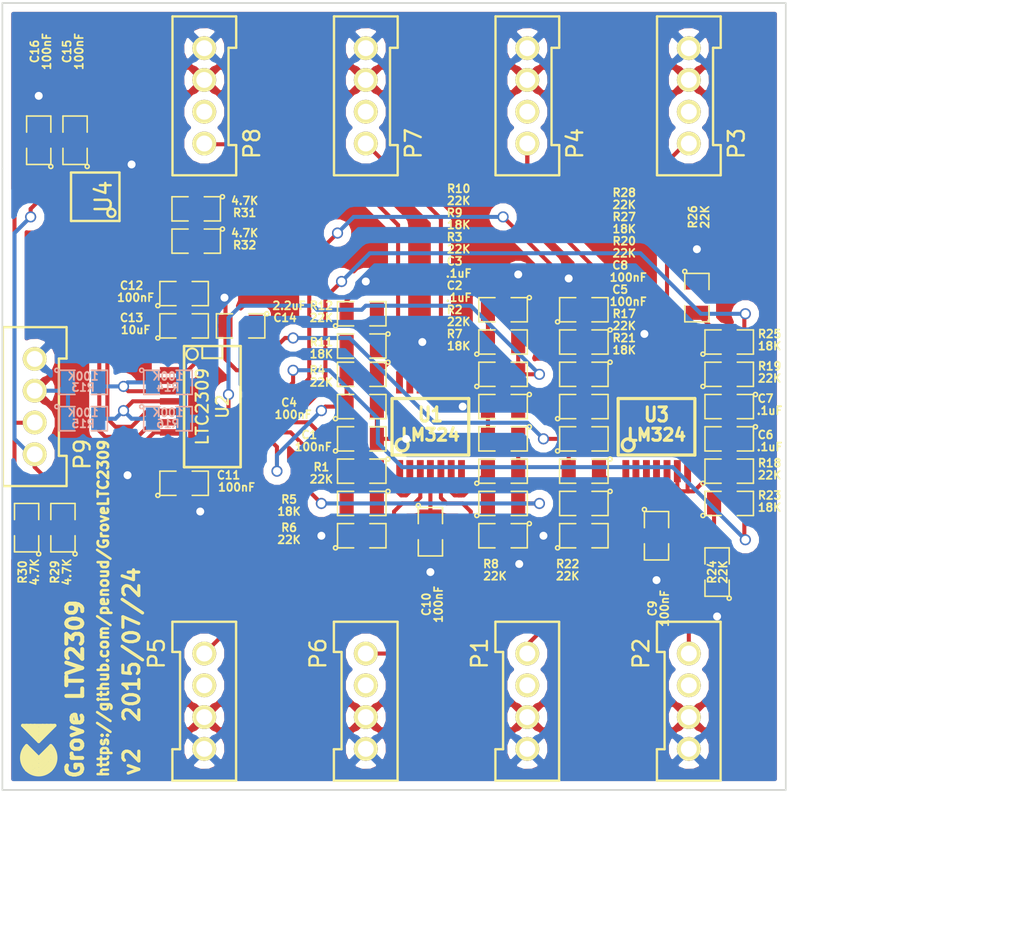
<source format=kicad_pcb>
(kicad_pcb (version 3) (host pcbnew "(22-Jun-2014 BZR 4027)-stable")
  (layers (15 F.Cu signal) (0 B.Cu signal) (18 B.Paste user) (19 F.Paste user) (20 B.SilkS user) (21 F.SilkS user) (22 B.Mask user) (23 F.Mask user) (28 Edge.Cuts user))
  (net 0 "")
  (net 1 +5V)
  (net 2 /ADC/AD0)
  (net 3 /ADC/AD1)
  (net 4 /ADC/CH0)
  (net 5 /ADC/CH1)
  (net 6 /ADC/CH2)
  (net 7 /ADC/CH3)
  (net 8 /ADC/CH4)
  (net 9 /ADC/CH5)
  (net 10 /ADC/CH6)
  (net 11 /ADC/CH7)
  (net 12 /ADC/SCL)
  (net 13 /ADC/SDA)
  (net 14 /Amplifier1/IN0)
  (net 15 /Amplifier1/IN1)
  (net 16 /Amplifier1/IN2)
  (net 17 /Amplifier1/IN3)
  (net 18 /Amplifier2/IN0)
  (net 19 /Amplifier2/IN1)
  (net 20 /Amplifier2/IN2)
  (net 21 /Amplifier2/IN3)
  (net 22 /TCA9517A/SCL_B)
  (net 23 /TCA9517A/SDA_B)
  (net 24 GND)
  (net 25 N-0000031)
  (net 26 N-0000032)
  (net 27 N-0000033)
  (net 28 N-0000034)
  (net 29 N-0000035)
  (net 30 N-0000036)
  (net 31 N-0000037)
  (net 32 N-0000038)
  (net 33 N-0000041)
  (net 34 N-0000042)
  (net 35 N-0000043)
  (net 36 N-0000044)
  (net 37 N-0000045)
  (net 38 N-0000046)
  (net 39 N-0000047)
  (net 40 N-0000048)
  (net 41 N-0000049)
  (net 42 N-0000050)
  (module SSOP20 (layer F.Cu) (at 122.428 88.646 270)
    (fp_text reference U2 (at 0 -0.635 270) (layer F.SilkS) (effects (font (size 0.762 0.762) (thickness 0.127))))
    (fp_text value LTC2309 (at 0 0.635 270) (layer F.SilkS) (effects (font (size 0.762 0.762) (thickness 0.127))))
    (pad 1 smd rect (at -2.921 2.667 270) (size 0.4064 1.27) (layers F.Cu F.Paste F.Mask) (net 34 N-0000042))
    (pad 2 smd rect (at -2.286 2.667 270) (size 0.4064 1.27) (layers F.Cu F.Paste F.Mask) (net 24 GND))
    (pad 3 smd rect (at -1.6256 2.667 270) (size 0.4064 1.27) (layers F.Cu F.Paste F.Mask) (net 1 +5V))
    (pad 4 smd rect (at -0.9652 2.667 270) (size 0.4064 1.27) (layers F.Cu F.Paste F.Mask) (net 2 /ADC/AD0))
    (pad 5 smd rect (at -0.3302 2.667 270) (size 0.4064 1.27) (layers F.Cu F.Paste F.Mask) (net 3 /ADC/AD1))
    (pad 6 smd rect (at 0.3302 2.667 270) (size 0.4064 1.27) (layers F.Cu F.Paste F.Mask) (net 12 /ADC/SCL))
    (pad 7 smd rect (at 0.9906 2.667 270) (size 0.4064 1.27) (layers F.Cu F.Paste F.Mask) (net 13 /ADC/SDA))
    (pad 8 smd rect (at 1.6256 2.667 270) (size 0.4064 1.27) (layers F.Cu F.Paste F.Mask) (net 24 GND))
    (pad 9 smd rect (at 2.286 2.667 270) (size 0.4064 1.27) (layers F.Cu F.Paste F.Mask) (net 24 GND))
    (pad 10 smd rect (at 2.921 2.667 270) (size 0.4064 1.27) (layers F.Cu F.Paste F.Mask) (net 1 +5V))
    (pad 11 smd rect (at 2.921 -2.667 270) (size 0.4064 1.27) (layers F.Cu F.Paste F.Mask) (net 11 /ADC/CH7))
    (pad 12 smd rect (at 2.286 -2.667 270) (size 0.4064 1.27) (layers F.Cu F.Paste F.Mask) (net 10 /ADC/CH6))
    (pad 13 smd rect (at 1.6256 -2.667 270) (size 0.4064 1.27) (layers F.Cu F.Paste F.Mask) (net 9 /ADC/CH5))
    (pad 14 smd rect (at 0.9906 -2.667 270) (size 0.4064 1.27) (layers F.Cu F.Paste F.Mask) (net 8 /ADC/CH4))
    (pad 15 smd rect (at 0.3302 -2.667 270) (size 0.4064 1.27) (layers F.Cu F.Paste F.Mask) (net 7 /ADC/CH3))
    (pad 16 smd rect (at -0.3302 -2.667 270) (size 0.4064 1.27) (layers F.Cu F.Paste F.Mask) (net 6 /ADC/CH2))
    (pad 17 smd rect (at -0.9652 -2.667 270) (size 0.4064 1.27) (layers F.Cu F.Paste F.Mask) (net 5 /ADC/CH1))
    (pad 18 smd rect (at -1.6256 -2.667 270) (size 0.4064 1.27) (layers F.Cu F.Paste F.Mask) (net 4 /ADC/CH0))
    (pad 19 smd rect (at -2.286 -2.667 270) (size 0.4064 1.27) (layers F.Cu F.Paste F.Mask) (net 24 GND))
    (pad 20 smd rect (at -2.921 -2.667 270) (size 0.4064 1.27) (layers F.Cu F.Paste F.Mask) (net 33 N-0000041))
  )
  (module SSOP14 (layer F.Cu) (at 150.368 89.916)
    (fp_text reference U3 (at 0 -0.762) (layer F.SilkS) (effects (font (size 0.889 0.762) (thickness 0.1905))))
    (fp_text value LM324 (at 0 0.508) (layer F.SilkS) (effects (font (size 0.762 0.762) (thickness 0.1905))))
    (pad 1 smd rect (at -1.9304 2.794) (size 0.4318 1.397) (layers F.Cu F.Paste F.Mask) (net 41 N-0000049))
    (pad 2 smd rect (at -1.2954 2.794) (size 0.4318 1.397) (layers F.Cu F.Paste F.Mask) (net 41 N-0000049))
    (pad 3 smd rect (at -0.635 2.794) (size 0.4318 1.397) (layers F.Cu F.Paste F.Mask) (net 14 /Amplifier1/IN0))
    (pad 4 smd rect (at 0 2.794) (size 0.4318 1.397) (layers F.Cu F.Paste F.Mask) (net 1 +5V))
    (pad 5 smd rect (at 0.6604 2.794) (size 0.4318 1.397) (layers F.Cu F.Paste F.Mask) (net 15 /Amplifier1/IN1))
    (pad 6 smd rect (at 1.3081 2.794) (size 0.4318 1.397) (layers F.Cu F.Paste F.Mask) (net 40 N-0000048))
    (pad 7 smd rect (at 1.9558 2.794) (size 0.4318 1.397) (layers F.Cu F.Paste F.Mask) (net 40 N-0000048))
    (pad 8 smd rect (at 1.9558 -2.794) (size 0.4318 1.397) (layers F.Cu F.Paste F.Mask) (net 35 N-0000043))
    (pad 9 smd rect (at 1.3081 -2.794) (size 0.4318 1.397) (layers F.Cu F.Paste F.Mask) (net 35 N-0000043))
    (pad 10 smd rect (at 0.6604 -2.794) (size 0.4318 1.397) (layers F.Cu F.Paste F.Mask) (net 16 /Amplifier1/IN2))
    (pad 11 smd rect (at 0 -2.794) (size 0.4318 1.397) (layers F.Cu F.Paste F.Mask) (net 24 GND))
    (pad 12 smd rect (at -0.6477 -2.794) (size 0.4318 1.397) (layers F.Cu F.Paste F.Mask) (net 17 /Amplifier1/IN3))
    (pad 13 smd rect (at -1.2954 -2.794) (size 0.4318 1.397) (layers F.Cu F.Paste F.Mask) (net 37 N-0000045))
    (pad 14 smd rect (at -1.9431 -2.794) (size 0.4318 1.397) (layers F.Cu F.Paste F.Mask) (net 37 N-0000045))
  )
  (module SSOP14 (layer F.Cu) (at 136.144 89.916)
    (fp_text reference U1 (at 0 -0.762) (layer F.SilkS) (effects (font (size 0.889 0.762) (thickness 0.1905))))
    (fp_text value LM324 (at 0 0.508) (layer F.SilkS) (effects (font (size 0.762 0.762) (thickness 0.1905))))
    (pad 1 smd rect (at -1.9304 2.794) (size 0.4318 1.397) (layers F.Cu F.Paste F.Mask) (net 31 N-0000037))
    (pad 2 smd rect (at -1.2954 2.794) (size 0.4318 1.397) (layers F.Cu F.Paste F.Mask) (net 31 N-0000037))
    (pad 3 smd rect (at -0.635 2.794) (size 0.4318 1.397) (layers F.Cu F.Paste F.Mask) (net 18 /Amplifier2/IN0))
    (pad 4 smd rect (at 0 2.794) (size 0.4318 1.397) (layers F.Cu F.Paste F.Mask) (net 1 +5V))
    (pad 5 smd rect (at 0.6604 2.794) (size 0.4318 1.397) (layers F.Cu F.Paste F.Mask) (net 19 /Amplifier2/IN1))
    (pad 6 smd rect (at 1.3081 2.794) (size 0.4318 1.397) (layers F.Cu F.Paste F.Mask) (net 30 N-0000036))
    (pad 7 smd rect (at 1.9558 2.794) (size 0.4318 1.397) (layers F.Cu F.Paste F.Mask) (net 30 N-0000036))
    (pad 8 smd rect (at 1.9558 -2.794) (size 0.4318 1.397) (layers F.Cu F.Paste F.Mask) (net 25 N-0000031))
    (pad 9 smd rect (at 1.3081 -2.794) (size 0.4318 1.397) (layers F.Cu F.Paste F.Mask) (net 25 N-0000031))
    (pad 10 smd rect (at 0.6604 -2.794) (size 0.4318 1.397) (layers F.Cu F.Paste F.Mask) (net 20 /Amplifier2/IN2))
    (pad 11 smd rect (at 0 -2.794) (size 0.4318 1.397) (layers F.Cu F.Paste F.Mask) (net 24 GND))
    (pad 12 smd rect (at -0.6477 -2.794) (size 0.4318 1.397) (layers F.Cu F.Paste F.Mask) (net 21 /Amplifier2/IN3))
    (pad 13 smd rect (at -1.2954 -2.794) (size 0.4318 1.397) (layers F.Cu F.Paste F.Mask) (net 27 N-0000033))
    (pad 14 smd rect (at -1.9431 -2.794) (size 0.4318 1.397) (layers F.Cu F.Paste F.Mask) (net 27 N-0000033))
  )
  (module SM0805 (layer F.Cu) (at 154.94 92.71)
    (fp_text reference R18 (at 2.54 -0.508) (layer F.SilkS) (effects (font (size 0.50038 0.50038) (thickness 0.10922))))
    (fp_text value 22K (at 2.54 0.254) (layer F.SilkS) (effects (font (size 0.50038 0.50038) (thickness 0.10922))))
    (pad 1 smd rect (at -0.9525 0) (size 0.889 1.397) (layers F.Cu F.Paste F.Mask) (net 40 N-0000048))
    (pad 2 smd rect (at 0.9525 0) (size 0.889 1.397) (layers F.Cu F.Paste F.Mask) (net 5 /ADC/CH1))
  )
  (module SM0805 (layer F.Cu) (at 131.826 82.804)
    (fp_text reference R12 (at -2.54 -0.508) (layer F.SilkS) (effects (font (size 0.50038 0.50038) (thickness 0.10922))))
    (fp_text value 22K (at -2.54 0.254) (layer F.SilkS) (effects (font (size 0.50038 0.50038) (thickness 0.10922))))
    (pad 1 smd rect (at -0.9525 0) (size 0.889 1.397) (layers F.Cu F.Paste F.Mask) (net 24 GND))
    (pad 2 smd rect (at 0.9525 0) (size 0.889 1.397) (layers F.Cu F.Paste F.Mask) (net 28 N-0000034))
  )
  (module SM0805 (layer B.Cu) (at 114.3 87.122)
    (fp_text reference R13 (at 0 0.3175) (layer B.SilkS) (effects (font (size 0.50038 0.50038) (thickness 0.10922)) (justify mirror)))
    (fp_text value 100K (at 0 -0.381) (layer B.SilkS) (effects (font (size 0.50038 0.50038) (thickness 0.10922)) (justify mirror)))
    (pad 1 smd rect (at -0.9525 0) (size 0.889 1.397) (layers B.Cu B.Paste B.Mask) (net 1 +5V))
    (pad 2 smd rect (at 0.9525 0) (size 0.889 1.397) (layers B.Cu B.Paste B.Mask) (net 2 /ADC/AD0))
  )
  (module SM0805 (layer B.Cu) (at 119.634 87.122)
    (fp_text reference R14 (at 0 0.3175) (layer B.SilkS) (effects (font (size 0.50038 0.50038) (thickness 0.10922)) (justify mirror)))
    (fp_text value 100K (at 0 -0.381) (layer B.SilkS) (effects (font (size 0.50038 0.50038) (thickness 0.10922)) (justify mirror)))
    (pad 1 smd rect (at -0.9525 0) (size 0.889 1.397) (layers B.Cu B.Paste B.Mask) (net 2 /ADC/AD0))
    (pad 2 smd rect (at 0.9525 0) (size 0.889 1.397) (layers B.Cu B.Paste B.Mask) (net 24 GND))
  )
  (module SM0805 (layer B.Cu) (at 114.3 89.408)
    (fp_text reference R15 (at 0 0.3175) (layer B.SilkS) (effects (font (size 0.50038 0.50038) (thickness 0.10922)) (justify mirror)))
    (fp_text value 100K (at 0 -0.381) (layer B.SilkS) (effects (font (size 0.50038 0.50038) (thickness 0.10922)) (justify mirror)))
    (pad 1 smd rect (at -0.9525 0) (size 0.889 1.397) (layers B.Cu B.Paste B.Mask) (net 1 +5V))
    (pad 2 smd rect (at 0.9525 0) (size 0.889 1.397) (layers B.Cu B.Paste B.Mask) (net 3 /ADC/AD1))
  )
  (module SM0805 (layer B.Cu) (at 119.634 89.408)
    (fp_text reference R16 (at 0 0.3175) (layer B.SilkS) (effects (font (size 0.50038 0.50038) (thickness 0.10922)) (justify mirror)))
    (fp_text value 100K (at 0 -0.381) (layer B.SilkS) (effects (font (size 0.50038 0.50038) (thickness 0.10922)) (justify mirror)))
    (pad 1 smd rect (at -0.9525 0) (size 0.889 1.397) (layers B.Cu B.Paste B.Mask) (net 3 /ADC/AD1))
    (pad 2 smd rect (at 0.9525 0) (size 0.889 1.397) (layers B.Cu B.Paste B.Mask) (net 24 GND))
  )
  (module SM0805 (layer F.Cu) (at 145.796 92.71 180)
    (fp_text reference R17 (at -2.54 9.906 180) (layer F.SilkS) (effects (font (size 0.50038 0.50038) (thickness 0.10922))))
    (fp_text value 22K (at -2.54 9.144 180) (layer F.SilkS) (effects (font (size 0.50038 0.50038) (thickness 0.10922))))
    (pad 1 smd rect (at -0.9525 0 180) (size 0.889 1.397) (layers F.Cu F.Paste F.Mask) (net 41 N-0000049))
    (pad 2 smd rect (at 0.9525 0 180) (size 0.889 1.397) (layers F.Cu F.Paste F.Mask) (net 4 /ADC/CH0))
  )
  (module SM0805 (layer F.Cu) (at 145.796 94.742 180)
    (fp_text reference R21 (at -2.54 10.414 180) (layer F.SilkS) (effects (font (size 0.50038 0.50038) (thickness 0.10922))))
    (fp_text value 18K (at -2.54 9.652 180) (layer F.SilkS) (effects (font (size 0.50038 0.50038) (thickness 0.10922))))
    (pad 1 smd rect (at -0.9525 0 180) (size 0.889 1.397) (layers F.Cu F.Paste F.Mask) (net 39 N-0000047))
    (pad 2 smd rect (at 0.9525 0 180) (size 0.889 1.397) (layers F.Cu F.Paste F.Mask) (net 4 /ADC/CH0))
  )
  (module SM0805 (layer F.Cu) (at 145.796 90.678)
    (fp_text reference C5 (at 2.286 -9.398) (layer F.SilkS) (effects (font (size 0.50038 0.50038) (thickness 0.10922))))
    (fp_text value 100nF (at 2.794 -8.636) (layer F.SilkS) (effects (font (size 0.50038 0.50038) (thickness 0.10922))))
    (pad 1 smd rect (at -0.9525 0) (size 0.889 1.397) (layers F.Cu F.Paste F.Mask) (net 4 /ADC/CH0))
    (pad 2 smd rect (at 0.9525 0) (size 0.889 1.397) (layers F.Cu F.Paste F.Mask) (net 24 GND))
  )
  (module SM0805 (layer F.Cu) (at 145.796 96.774)
    (fp_text reference R22 (at -1.016 1.778) (layer F.SilkS) (effects (font (size 0.50038 0.50038) (thickness 0.10922))))
    (fp_text value 22K (at -1.016 2.54) (layer F.SilkS) (effects (font (size 0.50038 0.50038) (thickness 0.10922))))
    (pad 1 smd rect (at -0.9525 0) (size 0.889 1.397) (layers F.Cu F.Paste F.Mask) (net 24 GND))
    (pad 2 smd rect (at 0.9525 0) (size 0.889 1.397) (layers F.Cu F.Paste F.Mask) (net 39 N-0000047))
  )
  (module SM0805 (layer F.Cu) (at 131.826 88.646)
    (fp_text reference C4 (at -4.572 -0.254) (layer F.SilkS) (effects (font (size 0.50038 0.50038) (thickness 0.10922))))
    (fp_text value 100nF (at -4.318 0.508) (layer F.SilkS) (effects (font (size 0.50038 0.50038) (thickness 0.10922))))
    (pad 1 smd rect (at -0.9525 0) (size 0.889 1.397) (layers F.Cu F.Paste F.Mask) (net 10 /ADC/CH6))
    (pad 2 smd rect (at 0.9525 0) (size 0.889 1.397) (layers F.Cu F.Paste F.Mask) (net 24 GND))
  )
  (module SM0805 (layer F.Cu) (at 154.94 94.742)
    (fp_text reference R23 (at 2.54 -0.508) (layer F.SilkS) (effects (font (size 0.50038 0.50038) (thickness 0.10922))))
    (fp_text value 18K (at 2.54 0.254) (layer F.SilkS) (effects (font (size 0.50038 0.50038) (thickness 0.10922))))
    (pad 1 smd rect (at -0.9525 0) (size 0.889 1.397) (layers F.Cu F.Paste F.Mask) (net 42 N-0000050))
    (pad 2 smd rect (at 0.9525 0) (size 0.889 1.397) (layers F.Cu F.Paste F.Mask) (net 5 /ADC/CH1))
  )
  (module SM0805 (layer F.Cu) (at 154.94 90.678 180)
    (fp_text reference C6 (at -2.286 0.254 180) (layer F.SilkS) (effects (font (size 0.50038 0.50038) (thickness 0.10922))))
    (fp_text value .1uF (at -2.54 -0.508 180) (layer F.SilkS) (effects (font (size 0.50038 0.50038) (thickness 0.10922))))
    (pad 1 smd rect (at -0.9525 0 180) (size 0.889 1.397) (layers F.Cu F.Paste F.Mask) (net 5 /ADC/CH1))
    (pad 2 smd rect (at 0.9525 0 180) (size 0.889 1.397) (layers F.Cu F.Paste F.Mask) (net 24 GND))
  )
  (module SM0805 (layer F.Cu) (at 154.178 99.06 90)
    (fp_text reference R24 (at 0 -0.3175 90) (layer F.SilkS) (effects (font (size 0.50038 0.50038) (thickness 0.10922))))
    (fp_text value 22K (at 0 0.381 90) (layer F.SilkS) (effects (font (size 0.50038 0.50038) (thickness 0.10922))))
    (pad 1 smd rect (at -0.9525 0 90) (size 0.889 1.397) (layers F.Cu F.Paste F.Mask) (net 24 GND))
    (pad 2 smd rect (at 0.9525 0 90) (size 0.889 1.397) (layers F.Cu F.Paste F.Mask) (net 42 N-0000050))
  )
  (module SM0805 (layer F.Cu) (at 154.94 86.614)
    (fp_text reference R19 (at 2.54 -0.508) (layer F.SilkS) (effects (font (size 0.50038 0.50038) (thickness 0.10922))))
    (fp_text value 22K (at 2.54 0.254) (layer F.SilkS) (effects (font (size 0.50038 0.50038) (thickness 0.10922))))
    (pad 1 smd rect (at -0.9525 0) (size 0.889 1.397) (layers F.Cu F.Paste F.Mask) (net 35 N-0000043))
    (pad 2 smd rect (at 0.9525 0) (size 0.889 1.397) (layers F.Cu F.Paste F.Mask) (net 7 /ADC/CH3))
  )
  (module SM0805 (layer F.Cu) (at 154.94 84.582)
    (fp_text reference R25 (at 2.54 -0.508) (layer F.SilkS) (effects (font (size 0.50038 0.50038) (thickness 0.10922))))
    (fp_text value 18K (at 2.54 0.254) (layer F.SilkS) (effects (font (size 0.50038 0.50038) (thickness 0.10922))))
    (pad 1 smd rect (at -0.9525 0) (size 0.889 1.397) (layers F.Cu F.Paste F.Mask) (net 36 N-0000044))
    (pad 2 smd rect (at 0.9525 0) (size 0.889 1.397) (layers F.Cu F.Paste F.Mask) (net 7 /ADC/CH3))
  )
  (module SM0805 (layer F.Cu) (at 154.94 88.646 180)
    (fp_text reference C7 (at -2.286 0.508 180) (layer F.SilkS) (effects (font (size 0.50038 0.50038) (thickness 0.10922))))
    (fp_text value .1uF (at -2.54 -0.254 180) (layer F.SilkS) (effects (font (size 0.50038 0.50038) (thickness 0.10922))))
    (pad 1 smd rect (at -0.9525 0 180) (size 0.889 1.397) (layers F.Cu F.Paste F.Mask) (net 7 /ADC/CH3))
    (pad 2 smd rect (at 0.9525 0 180) (size 0.889 1.397) (layers F.Cu F.Paste F.Mask) (net 24 GND))
  )
  (module SM0805 (layer F.Cu) (at 152.908 81.788 270)
    (fp_text reference R26 (at -5.08 0.254 270) (layer F.SilkS) (effects (font (size 0.50038 0.50038) (thickness 0.10922))))
    (fp_text value 22K (at -5.08 -0.508 270) (layer F.SilkS) (effects (font (size 0.50038 0.50038) (thickness 0.10922))))
    (pad 1 smd rect (at -0.9525 0 270) (size 0.889 1.397) (layers F.Cu F.Paste F.Mask) (net 24 GND))
    (pad 2 smd rect (at 0.9525 0 270) (size 0.889 1.397) (layers F.Cu F.Paste F.Mask) (net 36 N-0000044))
  )
  (module SM0805 (layer F.Cu) (at 145.796 86.614 180)
    (fp_text reference R20 (at -2.54 8.382 180) (layer F.SilkS) (effects (font (size 0.50038 0.50038) (thickness 0.10922))))
    (fp_text value 22K (at -2.54 7.62 180) (layer F.SilkS) (effects (font (size 0.50038 0.50038) (thickness 0.10922))))
    (pad 1 smd rect (at -0.9525 0 180) (size 0.889 1.397) (layers F.Cu F.Paste F.Mask) (net 37 N-0000045))
    (pad 2 smd rect (at 0.9525 0 180) (size 0.889 1.397) (layers F.Cu F.Paste F.Mask) (net 6 /ADC/CH2))
  )
  (module SM0805 (layer F.Cu) (at 145.796 84.582 180)
    (fp_text reference R27 (at -2.54 7.874 180) (layer F.SilkS) (effects (font (size 0.50038 0.50038) (thickness 0.10922))))
    (fp_text value 18K (at -2.54 7.112 180) (layer F.SilkS) (effects (font (size 0.50038 0.50038) (thickness 0.10922))))
    (pad 1 smd rect (at -0.9525 0 180) (size 0.889 1.397) (layers F.Cu F.Paste F.Mask) (net 38 N-0000046))
    (pad 2 smd rect (at 0.9525 0 180) (size 0.889 1.397) (layers F.Cu F.Paste F.Mask) (net 6 /ADC/CH2))
  )
  (module SM0805 (layer F.Cu) (at 145.796 88.646)
    (fp_text reference C8 (at 2.286 -8.89) (layer F.SilkS) (effects (font (size 0.50038 0.50038) (thickness 0.10922))))
    (fp_text value 100nF (at 2.794 -8.128) (layer F.SilkS) (effects (font (size 0.50038 0.50038) (thickness 0.10922))))
    (pad 1 smd rect (at -0.9525 0) (size 0.889 1.397) (layers F.Cu F.Paste F.Mask) (net 6 /ADC/CH2))
    (pad 2 smd rect (at 0.9525 0) (size 0.889 1.397) (layers F.Cu F.Paste F.Mask) (net 24 GND))
  )
  (module SM0805 (layer F.Cu) (at 145.796 82.55)
    (fp_text reference R28 (at 2.54 -7.366) (layer F.SilkS) (effects (font (size 0.50038 0.50038) (thickness 0.10922))))
    (fp_text value 22K (at 2.54 -6.604) (layer F.SilkS) (effects (font (size 0.50038 0.50038) (thickness 0.10922))))
    (pad 1 smd rect (at -0.9525 0) (size 0.889 1.397) (layers F.Cu F.Paste F.Mask) (net 24 GND))
    (pad 2 smd rect (at 0.9525 0) (size 0.889 1.397) (layers F.Cu F.Paste F.Mask) (net 38 N-0000046))
  )
  (module SM0805 (layer F.Cu) (at 131.826 84.836 180)
    (fp_text reference R11 (at 2.54 0.254 180) (layer F.SilkS) (effects (font (size 0.50038 0.50038) (thickness 0.10922))))
    (fp_text value 18K (at 2.54 -0.508 180) (layer F.SilkS) (effects (font (size 0.50038 0.50038) (thickness 0.10922))))
    (pad 1 smd rect (at -0.9525 0 180) (size 0.889 1.397) (layers F.Cu F.Paste F.Mask) (net 28 N-0000034))
    (pad 2 smd rect (at 0.9525 0 180) (size 0.889 1.397) (layers F.Cu F.Paste F.Mask) (net 10 /ADC/CH6))
  )
  (module SM0805 (layer F.Cu) (at 131.826 92.71 180)
    (fp_text reference R1 (at 2.54 0.254 180) (layer F.SilkS) (effects (font (size 0.50038 0.50038) (thickness 0.10922))))
    (fp_text value 22K (at 2.54 -0.508 180) (layer F.SilkS) (effects (font (size 0.50038 0.50038) (thickness 0.10922))))
    (pad 1 smd rect (at -0.9525 0 180) (size 0.889 1.397) (layers F.Cu F.Paste F.Mask) (net 31 N-0000037))
    (pad 2 smd rect (at 0.9525 0 180) (size 0.889 1.397) (layers F.Cu F.Paste F.Mask) (net 8 /ADC/CH4))
  )
  (module SM0805 (layer F.Cu) (at 131.826 94.742 180)
    (fp_text reference R5 (at 4.572 0.254 180) (layer F.SilkS) (effects (font (size 0.50038 0.50038) (thickness 0.10922))))
    (fp_text value 18K (at 4.572 -0.508 180) (layer F.SilkS) (effects (font (size 0.50038 0.50038) (thickness 0.10922))))
    (pad 1 smd rect (at -0.9525 0 180) (size 0.889 1.397) (layers F.Cu F.Paste F.Mask) (net 29 N-0000035))
    (pad 2 smd rect (at 0.9525 0 180) (size 0.889 1.397) (layers F.Cu F.Paste F.Mask) (net 8 /ADC/CH4))
  )
  (module SM0805 (layer F.Cu) (at 131.826 90.678)
    (fp_text reference C1 (at -3.302 -0.254) (layer F.SilkS) (effects (font (size 0.50038 0.50038) (thickness 0.10922))))
    (fp_text value 100nF (at -3.048 0.508) (layer F.SilkS) (effects (font (size 0.50038 0.50038) (thickness 0.10922))))
    (pad 1 smd rect (at -0.9525 0) (size 0.889 1.397) (layers F.Cu F.Paste F.Mask) (net 8 /ADC/CH4))
    (pad 2 smd rect (at 0.9525 0) (size 0.889 1.397) (layers F.Cu F.Paste F.Mask) (net 24 GND))
  )
  (module SM0805 (layer F.Cu) (at 131.826 96.774)
    (fp_text reference R6 (at -4.572 -0.508) (layer F.SilkS) (effects (font (size 0.50038 0.50038) (thickness 0.10922))))
    (fp_text value 22K (at -4.572 0.254) (layer F.SilkS) (effects (font (size 0.50038 0.50038) (thickness 0.10922))))
    (pad 1 smd rect (at -0.9525 0) (size 0.889 1.397) (layers F.Cu F.Paste F.Mask) (net 24 GND))
    (pad 2 smd rect (at 0.9525 0) (size 0.889 1.397) (layers F.Cu F.Paste F.Mask) (net 29 N-0000035))
  )
  (module SM0805 (layer F.Cu) (at 140.716 92.71)
    (fp_text reference R2 (at -3.048 -10.16) (layer F.SilkS) (effects (font (size 0.50038 0.50038) (thickness 0.10922))))
    (fp_text value 22K (at -2.794 -9.398) (layer F.SilkS) (effects (font (size 0.50038 0.50038) (thickness 0.10922))))
    (pad 1 smd rect (at -0.9525 0) (size 0.889 1.397) (layers F.Cu F.Paste F.Mask) (net 30 N-0000036))
    (pad 2 smd rect (at 0.9525 0) (size 0.889 1.397) (layers F.Cu F.Paste F.Mask) (net 9 /ADC/CH5))
  )
  (module SM0805 (layer F.Cu) (at 140.716 94.742)
    (fp_text reference R7 (at -3.048 -10.668) (layer F.SilkS) (effects (font (size 0.50038 0.50038) (thickness 0.10922))))
    (fp_text value 18K (at -2.794 -9.906) (layer F.SilkS) (effects (font (size 0.50038 0.50038) (thickness 0.10922))))
    (pad 1 smd rect (at -0.9525 0) (size 0.889 1.397) (layers F.Cu F.Paste F.Mask) (net 32 N-0000038))
    (pad 2 smd rect (at 0.9525 0) (size 0.889 1.397) (layers F.Cu F.Paste F.Mask) (net 9 /ADC/CH5))
  )
  (module SM0805 (layer F.Cu) (at 140.716 90.678 180)
    (fp_text reference C2 (at 3.048 9.652 180) (layer F.SilkS) (effects (font (size 0.50038 0.50038) (thickness 0.10922))))
    (fp_text value .1uF (at 2.794 8.89 180) (layer F.SilkS) (effects (font (size 0.50038 0.50038) (thickness 0.10922))))
    (pad 1 smd rect (at -0.9525 0 180) (size 0.889 1.397) (layers F.Cu F.Paste F.Mask) (net 9 /ADC/CH5))
    (pad 2 smd rect (at 0.9525 0 180) (size 0.889 1.397) (layers F.Cu F.Paste F.Mask) (net 24 GND))
  )
  (module SM0805 (layer F.Cu) (at 140.716 96.774 180)
    (fp_text reference R8 (at 0.762 -1.778 180) (layer F.SilkS) (effects (font (size 0.50038 0.50038) (thickness 0.10922))))
    (fp_text value 22K (at 0.508 -2.54 180) (layer F.SilkS) (effects (font (size 0.50038 0.50038) (thickness 0.10922))))
    (pad 1 smd rect (at -0.9525 0 180) (size 0.889 1.397) (layers F.Cu F.Paste F.Mask) (net 24 GND))
    (pad 2 smd rect (at 0.9525 0 180) (size 0.889 1.397) (layers F.Cu F.Paste F.Mask) (net 32 N-0000038))
  )
  (module SM0805 (layer F.Cu) (at 140.716 86.614)
    (fp_text reference R3 (at -3.048 -8.636) (layer F.SilkS) (effects (font (size 0.50038 0.50038) (thickness 0.10922))))
    (fp_text value 22K (at -2.794 -7.874) (layer F.SilkS) (effects (font (size 0.50038 0.50038) (thickness 0.10922))))
    (pad 1 smd rect (at -0.9525 0) (size 0.889 1.397) (layers F.Cu F.Paste F.Mask) (net 25 N-0000031))
    (pad 2 smd rect (at 0.9525 0) (size 0.889 1.397) (layers F.Cu F.Paste F.Mask) (net 11 /ADC/CH7))
  )
  (module SM0805 (layer F.Cu) (at 140.716 84.582)
    (fp_text reference R9 (at -3.048 -8.128) (layer F.SilkS) (effects (font (size 0.50038 0.50038) (thickness 0.10922))))
    (fp_text value 18K (at -2.794 -7.366) (layer F.SilkS) (effects (font (size 0.50038 0.50038) (thickness 0.10922))))
    (pad 1 smd rect (at -0.9525 0) (size 0.889 1.397) (layers F.Cu F.Paste F.Mask) (net 26 N-0000032))
    (pad 2 smd rect (at 0.9525 0) (size 0.889 1.397) (layers F.Cu F.Paste F.Mask) (net 11 /ADC/CH7))
  )
  (module SM0805 (layer F.Cu) (at 140.716 88.646 180)
    (fp_text reference C3 (at 3.048 9.144 180) (layer F.SilkS) (effects (font (size 0.50038 0.50038) (thickness 0.10922))))
    (fp_text value .1uF (at 2.794 8.382 180) (layer F.SilkS) (effects (font (size 0.50038 0.50038) (thickness 0.10922))))
    (pad 1 smd rect (at -0.9525 0 180) (size 0.889 1.397) (layers F.Cu F.Paste F.Mask) (net 11 /ADC/CH7))
    (pad 2 smd rect (at 0.9525 0 180) (size 0.889 1.397) (layers F.Cu F.Paste F.Mask) (net 24 GND))
  )
  (module SM0805 (layer F.Cu) (at 140.716 82.55 180)
    (fp_text reference R10 (at 2.794 7.62 180) (layer F.SilkS) (effects (font (size 0.50038 0.50038) (thickness 0.10922))))
    (fp_text value 22K (at 2.794 6.858 180) (layer F.SilkS) (effects (font (size 0.50038 0.50038) (thickness 0.10922))))
    (pad 1 smd rect (at -0.9525 0 180) (size 0.889 1.397) (layers F.Cu F.Paste F.Mask) (net 24 GND))
    (pad 2 smd rect (at 0.9525 0 180) (size 0.889 1.397) (layers F.Cu F.Paste F.Mask) (net 26 N-0000032))
  )
  (module SM0805 (layer F.Cu) (at 131.826 86.614 180)
    (fp_text reference R4 (at 2.794 0.254 180) (layer F.SilkS) (effects (font (size 0.50038 0.50038) (thickness 0.10922))))
    (fp_text value 22K (at 2.54 -0.508 180) (layer F.SilkS) (effects (font (size 0.50038 0.50038) (thickness 0.10922))))
    (pad 1 smd rect (at -0.9525 0 180) (size 0.889 1.397) (layers F.Cu F.Paste F.Mask) (net 27 N-0000033))
    (pad 2 smd rect (at 0.9525 0 180) (size 0.889 1.397) (layers F.Cu F.Paste F.Mask) (net 10 /ADC/CH6))
  )
  (module SM0805 (layer F.Cu) (at 150.368 96.774 270)
    (fp_text reference C9 (at 4.572 0.254 270) (layer F.SilkS) (effects (font (size 0.50038 0.50038) (thickness 0.10922))))
    (fp_text value 100nF (at 4.572 -0.508 270) (layer F.SilkS) (effects (font (size 0.50038 0.50038) (thickness 0.10922))))
    (pad 1 smd rect (at -0.9525 0 270) (size 0.889 1.397) (layers F.Cu F.Paste F.Mask) (net 1 +5V))
    (pad 2 smd rect (at 0.9525 0 270) (size 0.889 1.397) (layers F.Cu F.Paste F.Mask) (net 24 GND))
  )
  (module SM0805 (layer F.Cu) (at 136.144 96.52 270)
    (fp_text reference C10 (at 4.572 0.254 270) (layer F.SilkS) (effects (font (size 0.50038 0.50038) (thickness 0.10922))))
    (fp_text value 100nF (at 4.572 -0.508 270) (layer F.SilkS) (effects (font (size 0.50038 0.50038) (thickness 0.10922))))
    (pad 1 smd rect (at -0.9525 0 270) (size 0.889 1.397) (layers F.Cu F.Paste F.Mask) (net 1 +5V))
    (pad 2 smd rect (at 0.9525 0 270) (size 0.889 1.397) (layers F.Cu F.Paste F.Mask) (net 24 GND))
  )
  (module SM0805 (layer F.Cu) (at 120.65 93.472)
    (fp_text reference C11 (at 2.794 -0.508) (layer F.SilkS) (effects (font (size 0.50038 0.50038) (thickness 0.10922))))
    (fp_text value 100nF (at 3.302 0.254) (layer F.SilkS) (effects (font (size 0.50038 0.50038) (thickness 0.10922))))
    (pad 1 smd rect (at -0.9525 0) (size 0.889 1.397) (layers F.Cu F.Paste F.Mask) (net 1 +5V))
    (pad 2 smd rect (at 0.9525 0) (size 0.889 1.397) (layers F.Cu F.Paste F.Mask) (net 24 GND))
  )
  (module SM0805 (layer F.Cu) (at 120.65 81.534)
    (fp_text reference C12 (at -3.302 -0.508) (layer F.SilkS) (effects (font (size 0.50038 0.50038) (thickness 0.10922))))
    (fp_text value 100nF (at -3.048 0.254) (layer F.SilkS) (effects (font (size 0.50038 0.50038) (thickness 0.10922))))
    (pad 1 smd rect (at -0.9525 0) (size 0.889 1.397) (layers F.Cu F.Paste F.Mask) (net 34 N-0000042))
    (pad 2 smd rect (at 0.9525 0) (size 0.889 1.397) (layers F.Cu F.Paste F.Mask) (net 24 GND))
  )
  (module SM0805 (layer F.Cu) (at 120.65 83.566)
    (fp_text reference C13 (at -3.302 -0.508) (layer F.SilkS) (effects (font (size 0.50038 0.50038) (thickness 0.10922))))
    (fp_text value 10uF (at -3.048 0.254) (layer F.SilkS) (effects (font (size 0.50038 0.50038) (thickness 0.10922))))
    (pad 1 smd rect (at -0.9525 0) (size 0.889 1.397) (layers F.Cu F.Paste F.Mask) (net 34 N-0000042))
    (pad 2 smd rect (at 0.9525 0) (size 0.889 1.397) (layers F.Cu F.Paste F.Mask) (net 24 GND))
  )
  (module SM0805 (layer F.Cu) (at 124.206 83.566 180)
    (fp_text reference C14 (at -2.794 0.508 180) (layer F.SilkS) (effects (font (size 0.50038 0.50038) (thickness 0.10922))))
    (fp_text value 2.2uF (at -3.048 1.27 180) (layer F.SilkS) (effects (font (size 0.50038 0.50038) (thickness 0.10922))))
    (pad 1 smd rect (at -0.9525 0 180) (size 0.889 1.397) (layers F.Cu F.Paste F.Mask) (net 33 N-0000041))
    (pad 2 smd rect (at 0.9525 0 180) (size 0.889 1.397) (layers F.Cu F.Paste F.Mask) (net 24 GND))
  )
  (module SM0805 (layer F.Cu) (at 111.506 71.882 90)
    (fp_text reference C16 (at 5.588 -0.254 90) (layer F.SilkS) (effects (font (size 0.50038 0.50038) (thickness 0.10922))))
    (fp_text value 100nF (at 5.588 0.508 90) (layer F.SilkS) (effects (font (size 0.50038 0.50038) (thickness 0.10922))))
    (pad 1 smd rect (at -0.9525 0 90) (size 0.889 1.397) (layers F.Cu F.Paste F.Mask) (net 1 +5V))
    (pad 2 smd rect (at 0.9525 0 90) (size 0.889 1.397) (layers F.Cu F.Paste F.Mask) (net 24 GND))
  )
  (module SM0805 (layer F.Cu) (at 113.792 71.882 90)
    (fp_text reference C15 (at 5.588 -0.508 90) (layer F.SilkS) (effects (font (size 0.50038 0.50038) (thickness 0.10922))))
    (fp_text value 100nF (at 5.588 0.254 90) (layer F.SilkS) (effects (font (size 0.50038 0.50038) (thickness 0.10922))))
    (pad 1 smd rect (at -0.9525 0 90) (size 0.889 1.397) (layers F.Cu F.Paste F.Mask) (net 1 +5V))
    (pad 2 smd rect (at 0.9525 0 90) (size 0.889 1.397) (layers F.Cu F.Paste F.Mask) (net 24 GND))
  )
  (module SSOP8 (layer F.Cu) (at 115.062 75.438 90)
    (fp_text reference U4 (at 0 0.508 90) (layer F.SilkS) (effects (font (size 1.016 1.016) (thickness 0.1524))))
    (fp_text value TCA9517A hide)
    (pad 1 smd rect (at -0.9779 2.2225 90) (size 0.4064 1.27) (layers F.Cu F.Paste F.Mask) (net 1 +5V))
    (pad 2 smd rect (at -0.3302 2.2225 90) (size 0.4064 1.27) (layers F.Cu F.Paste F.Mask) (net 12 /ADC/SCL))
    (pad 3 smd rect (at 0.3302 2.2225 90) (size 0.4064 1.27) (layers F.Cu F.Paste F.Mask) (net 13 /ADC/SDA))
    (pad 4 smd rect (at 0.9779 2.2225 90) (size 0.4064 1.27) (layers F.Cu F.Paste F.Mask) (net 24 GND))
    (pad 5 smd rect (at 0.9779 -2.2225 90) (size 0.4064 1.27) (layers F.Cu F.Paste F.Mask) (net 1 +5V))
    (pad 6 smd rect (at 0.3302 -2.2225 90) (size 0.4064 1.27) (layers F.Cu F.Paste F.Mask) (net 23 /TCA9517A/SDA_B))
    (pad 7 smd rect (at -0.3302 -2.2225 90) (size 0.4064 1.27) (layers F.Cu F.Paste F.Mask) (net 22 /TCA9517A/SCL_B))
    (pad 8 smd rect (at -0.9779 -2.2225 90) (size 0.4064 1.27) (layers F.Cu F.Paste F.Mask) (net 1 +5V))
  )
  (module SM0805 (layer F.Cu) (at 121.412 76.2 180)
    (fp_text reference R31 (at -3.048 -0.254 180) (layer F.SilkS) (effects (font (size 0.50038 0.50038) (thickness 0.10922))))
    (fp_text value 4.7K (at -3.048 0.508 180) (layer F.SilkS) (effects (font (size 0.50038 0.50038) (thickness 0.10922))))
    (pad 1 smd rect (at -0.9525 0 180) (size 0.889 1.397) (layers F.Cu F.Paste F.Mask) (net 1 +5V))
    (pad 2 smd rect (at 0.9525 0 180) (size 0.889 1.397) (layers F.Cu F.Paste F.Mask) (net 13 /ADC/SDA))
  )
  (module SM0805 (layer F.Cu) (at 121.412 78.232 180)
    (fp_text reference R32 (at -3.048 -0.254 180) (layer F.SilkS) (effects (font (size 0.50038 0.50038) (thickness 0.10922))))
    (fp_text value 4.7K (at -3.048 0.508 180) (layer F.SilkS) (effects (font (size 0.50038 0.50038) (thickness 0.10922))))
    (pad 1 smd rect (at -0.9525 0 180) (size 0.889 1.397) (layers F.Cu F.Paste F.Mask) (net 1 +5V))
    (pad 2 smd rect (at 0.9525 0 180) (size 0.889 1.397) (layers F.Cu F.Paste F.Mask) (net 12 /ADC/SCL))
  )
  (module SM0805 (layer F.Cu) (at 113.03 96.266 90)
    (fp_text reference R29 (at -2.794 -0.508 90) (layer F.SilkS) (effects (font (size 0.50038 0.50038) (thickness 0.10922))))
    (fp_text value 4.7K (at -2.794 0.254 90) (layer F.SilkS) (effects (font (size 0.50038 0.50038) (thickness 0.10922))))
    (pad 1 smd rect (at -0.9525 0 90) (size 0.889 1.397) (layers F.Cu F.Paste F.Mask) (net 1 +5V))
    (pad 2 smd rect (at 0.9525 0 90) (size 0.889 1.397) (layers F.Cu F.Paste F.Mask) (net 22 /TCA9517A/SCL_B))
  )
  (module SM0805 (layer F.Cu) (at 110.744 96.266 90)
    (fp_text reference R30 (at -2.794 -0.254 90) (layer F.SilkS) (effects (font (size 0.50038 0.50038) (thickness 0.10922))))
    (fp_text value 4.7K (at -2.794 0.508 90) (layer F.SilkS) (effects (font (size 0.50038 0.50038) (thickness 0.10922))))
    (pad 1 smd rect (at -0.9525 0 90) (size 0.889 1.397) (layers F.Cu F.Paste F.Mask) (net 1 +5V))
    (pad 2 smd rect (at 0.9525 0 90) (size 0.889 1.397) (layers F.Cu F.Paste F.Mask) (net 23 /TCA9517A/SDA_B))
  )
  (module GROVE (layer F.Cu) (at 142.24 107.188 270)
    (fp_text reference P1 (at -3 3 270) (layer F.SilkS))
    (fp_text value CONN_4_GROVE hide)
    (pad 2 thru_hole circle (at -1 0 270) (size 1.5 1.5) (drill 1) (layers *.Cu *.Mask F.SilkS))
    (pad 3 thru_hole circle (at 1 0 270) (size 1.5 1.5) (drill 1) (layers *.Cu *.Mask F.SilkS) (net 1 +5V))
    (pad 4 thru_hole circle (at 3 0 270) (size 1.5 1.5) (drill 1) (layers *.Cu *.Mask F.SilkS) (net 24 GND))
    (pad 1 thru_hole circle (at -3 0 270) (size 1.5 1.5) (drill 1) (layers *.Cu *.Mask F.SilkS) (net 14 /Amplifier1/IN0))
  )
  (module GROVE (layer F.Cu) (at 152.4 107.188 270)
    (fp_text reference P2 (at -3 3 270) (layer F.SilkS))
    (fp_text value CONN_4_GROVE hide)
    (pad 2 thru_hole circle (at -1 0 270) (size 1.5 1.5) (drill 1) (layers *.Cu *.Mask F.SilkS))
    (pad 3 thru_hole circle (at 1 0 270) (size 1.5 1.5) (drill 1) (layers *.Cu *.Mask F.SilkS) (net 1 +5V))
    (pad 4 thru_hole circle (at 3 0 270) (size 1.5 1.5) (drill 1) (layers *.Cu *.Mask F.SilkS) (net 24 GND))
    (pad 1 thru_hole circle (at -3 0 270) (size 1.5 1.5) (drill 1) (layers *.Cu *.Mask F.SilkS) (net 15 /Amplifier1/IN1))
  )
  (module GROVE (layer F.Cu) (at 152.4 69.088 90)
    (fp_text reference P3 (at -3 3 90) (layer F.SilkS))
    (fp_text value CONN_4_GROVE hide)
    (pad 2 thru_hole circle (at -1 0 90) (size 1.5 1.5) (drill 1) (layers *.Cu *.Mask F.SilkS))
    (pad 3 thru_hole circle (at 1 0 90) (size 1.5 1.5) (drill 1) (layers *.Cu *.Mask F.SilkS) (net 1 +5V))
    (pad 4 thru_hole circle (at 3 0 90) (size 1.5 1.5) (drill 1) (layers *.Cu *.Mask F.SilkS) (net 24 GND))
    (pad 1 thru_hole circle (at -3 0 90) (size 1.5 1.5) (drill 1) (layers *.Cu *.Mask F.SilkS) (net 16 /Amplifier1/IN2))
  )
  (module GROVE (layer F.Cu) (at 142.24 69.088 90)
    (fp_text reference P4 (at -3 3 90) (layer F.SilkS))
    (fp_text value CONN_4_GROVE hide)
    (pad 2 thru_hole circle (at -1 0 90) (size 1.5 1.5) (drill 1) (layers *.Cu *.Mask F.SilkS))
    (pad 3 thru_hole circle (at 1 0 90) (size 1.5 1.5) (drill 1) (layers *.Cu *.Mask F.SilkS) (net 1 +5V))
    (pad 4 thru_hole circle (at 3 0 90) (size 1.5 1.5) (drill 1) (layers *.Cu *.Mask F.SilkS) (net 24 GND))
    (pad 1 thru_hole circle (at -3 0 90) (size 1.5 1.5) (drill 1) (layers *.Cu *.Mask F.SilkS) (net 17 /Amplifier1/IN3))
  )
  (module GROVE (layer F.Cu) (at 121.92 107.188 270)
    (fp_text reference P5 (at -3 3 270) (layer F.SilkS))
    (fp_text value CONN_4_GROVE hide)
    (pad 2 thru_hole circle (at -1 0 270) (size 1.5 1.5) (drill 1) (layers *.Cu *.Mask F.SilkS))
    (pad 3 thru_hole circle (at 1 0 270) (size 1.5 1.5) (drill 1) (layers *.Cu *.Mask F.SilkS) (net 1 +5V))
    (pad 4 thru_hole circle (at 3 0 270) (size 1.5 1.5) (drill 1) (layers *.Cu *.Mask F.SilkS) (net 24 GND))
    (pad 1 thru_hole circle (at -3 0 270) (size 1.5 1.5) (drill 1) (layers *.Cu *.Mask F.SilkS) (net 18 /Amplifier2/IN0))
  )
  (module GROVE (layer F.Cu) (at 132.08 107.188 270)
    (fp_text reference P6 (at -3 3 270) (layer F.SilkS))
    (fp_text value CONN_4_GROVE hide)
    (pad 2 thru_hole circle (at -1 0 270) (size 1.5 1.5) (drill 1) (layers *.Cu *.Mask F.SilkS))
    (pad 3 thru_hole circle (at 1 0 270) (size 1.5 1.5) (drill 1) (layers *.Cu *.Mask F.SilkS) (net 1 +5V))
    (pad 4 thru_hole circle (at 3 0 270) (size 1.5 1.5) (drill 1) (layers *.Cu *.Mask F.SilkS) (net 24 GND))
    (pad 1 thru_hole circle (at -3 0 270) (size 1.5 1.5) (drill 1) (layers *.Cu *.Mask F.SilkS) (net 19 /Amplifier2/IN1))
  )
  (module GROVE (layer F.Cu) (at 132.08 69.088 90)
    (fp_text reference P7 (at -3 3 90) (layer F.SilkS))
    (fp_text value CONN_4_GROVE hide)
    (pad 2 thru_hole circle (at -1 0 90) (size 1.5 1.5) (drill 1) (layers *.Cu *.Mask F.SilkS))
    (pad 3 thru_hole circle (at 1 0 90) (size 1.5 1.5) (drill 1) (layers *.Cu *.Mask F.SilkS) (net 1 +5V))
    (pad 4 thru_hole circle (at 3 0 90) (size 1.5 1.5) (drill 1) (layers *.Cu *.Mask F.SilkS) (net 24 GND))
    (pad 1 thru_hole circle (at -3 0 90) (size 1.5 1.5) (drill 1) (layers *.Cu *.Mask F.SilkS) (net 20 /Amplifier2/IN2))
  )
  (module GROVE (layer F.Cu) (at 121.92 69.088 90)
    (fp_text reference P8 (at -3 3 90) (layer F.SilkS))
    (fp_text value CONN_4_GROVE hide)
    (pad 2 thru_hole circle (at -1 0 90) (size 1.5 1.5) (drill 1) (layers *.Cu *.Mask F.SilkS))
    (pad 3 thru_hole circle (at 1 0 90) (size 1.5 1.5) (drill 1) (layers *.Cu *.Mask F.SilkS) (net 1 +5V))
    (pad 4 thru_hole circle (at 3 0 90) (size 1.5 1.5) (drill 1) (layers *.Cu *.Mask F.SilkS) (net 24 GND))
    (pad 1 thru_hole circle (at -3 0 90) (size 1.5 1.5) (drill 1) (layers *.Cu *.Mask F.SilkS) (net 21 /Amplifier2/IN3))
  )
  (module GROVE (layer F.Cu) (at 111.252 88.646 90)
    (fp_text reference P9 (at -3 3 90) (layer F.SilkS))
    (fp_text value CONN_4_GROVE hide)
    (pad 2 thru_hole circle (at -1 0 90) (size 1.5 1.5) (drill 1) (layers *.Cu *.Mask F.SilkS) (net 23 /TCA9517A/SDA_B))
    (pad 3 thru_hole circle (at 1 0 90) (size 1.5 1.5) (drill 1) (layers *.Cu *.Mask F.SilkS) (net 1 +5V))
    (pad 4 thru_hole circle (at 3 0 90) (size 1.5 1.5) (drill 1) (layers *.Cu *.Mask F.SilkS) (net 24 GND))
    (pad 1 thru_hole circle (at -3 0 90) (size 1.5 1.5) (drill 1) (layers *.Cu *.Mask F.SilkS) (net 22 /TCA9517A/SCL_B))
  )
  (gr_line (start 112.268 111.252) (end 111.76 111.76) (angle 90) (layer F.SilkS) (width 0.2))
  (gr_line (start 112.522 110.998) (end 112.268 111.252) (angle 90) (layer F.SilkS) (width 0.2))
  (gr_line (start 112.268 110.998) (end 112.522 110.998) (angle 90) (layer F.SilkS) (width 0.2))
  (gr_line (start 112.014 110.744) (end 112.268 110.998) (angle 90) (layer F.SilkS) (width 0.2))
  (gr_line (start 112.522 110.744) (end 112.014 110.744) (angle 90) (layer F.SilkS) (width 0.2))
  (gr_line (start 111.506 111.76) (end 112.522 110.744) (angle 90) (layer F.SilkS) (width 0.2))
  (gr_line (start 111.252 111.506) (end 111.506 111.76) (angle 90) (layer F.SilkS) (width 0.2))
  (gr_line (start 111.252 111.76) (end 111.252 111.506) (angle 90) (layer F.SilkS) (width 0.2))
  (gr_line (start 110.998 111.506) (end 111.252 111.76) (angle 90) (layer F.SilkS) (width 0.2))
  (gr_line (start 111.252 111.252) (end 110.998 111.506) (angle 90) (layer F.SilkS) (width 0.2))
  (gr_line (start 110.998 110.998) (end 111.252 111.252) (angle 90) (layer F.SilkS) (width 0.2))
  (gr_line (start 111.506 111.506) (end 110.998 110.998) (angle 90) (layer F.SilkS) (width 0.2))
  (gr_line (start 112.014 110.998) (end 111.506 111.506) (angle 90) (layer F.SilkS) (width 0.2))
  (gr_line (start 112.014 110.744) (end 112.014 110.998) (angle 90) (layer F.SilkS) (width 0.2))
  (gr_line (start 112.522 110.744) (end 112.014 110.744) (angle 90) (layer F.SilkS) (width 0.2))
  (gr_line (start 112.268 110.49) (end 112.522 110.744) (angle 90) (layer F.SilkS) (width 0.2))
  (gr_line (start 111.506 111.252) (end 112.268 110.49) (angle 90) (layer F.SilkS) (width 0.2))
  (gr_line (start 110.998 110.744) (end 111.506 111.252) (angle 90) (layer F.SilkS) (width 0.2))
  (gr_line (start 110.744 110.998) (end 110.998 110.744) (angle 90) (layer F.SilkS) (width 0.2))
  (gr_line (start 110.998 110.998) (end 110.744 110.998) (angle 90) (layer F.SilkS) (width 0.2))
  (gr_line (start 110.744 111.252) (end 110.998 110.998) (angle 90) (layer F.SilkS) (width 0.2))
  (gr_line (start 110.998 111.252) (end 110.744 111.252) (angle 90) (layer F.SilkS) (width 0.2))
  (gr_line (start 110.744 111.506) (end 110.998 111.252) (angle 90) (layer F.SilkS) (width 0.2))
  (gr_line (start 110.998 111.506) (end 110.744 111.506) (angle 90) (layer F.SilkS) (width 0.2))
  (gr_line (start 110.998 110.744) (end 110.998 111.506) (angle 90) (layer F.SilkS) (width 0.2))
  (gr_line (start 110.49 110.998) (end 110.744 111.252) (angle 90) (layer F.SilkS) (width 0.2))
  (gr_line (start 110.744 110.998) (end 110.49 110.998) (angle 90) (layer F.SilkS) (width 0.2))
  (gr_line (start 110.49 110.744) (end 110.744 110.998) (angle 90) (layer F.SilkS) (width 0.2))
  (gr_line (start 110.744 110.49) (end 110.998 110.744) (angle 90) (layer F.SilkS) (width 0.2))
  (gr_line (start 110.49 110.744) (end 111.252 110.744) (angle 90) (layer F.SilkS) (width 0.2))
  (gr_line (start 110.49 110.49) (end 110.744 110.744) (angle 90) (layer F.SilkS) (width 0.2))
  (gr_line (start 110.744 110.236) (end 110.744 111.506) (angle 90) (layer F.SilkS) (width 0.2))
  (gr_line (start 111.506 108.966) (end 111.76 108.712) (angle 90) (layer F.SilkS) (width 0.2))
  (gr_line (start 111.252 108.712) (end 111.506 108.966) (angle 90) (layer F.SilkS) (width 0.2))
  (gr_line (start 111.506 109.22) (end 112.014 108.712) (angle 90) (layer F.SilkS) (width 0.2))
  (gr_line (start 110.998 108.712) (end 111.506 109.22) (angle 90) (layer F.SilkS) (width 0.2))
  (gr_line (start 111.506 109.474) (end 112.268 108.712) (angle 90) (layer F.SilkS) (width 0.2))
  (gr_line (start 110.744 108.712) (end 111.506 109.474) (angle 90) (layer F.SilkS) (width 0.2))
  (gr_line (start 110.998 110.49) (end 111.252 110.744) (angle 90) (layer F.SilkS) (width 0.2))
  (gr_line (start 110.49 110.49) (end 110.998 110.49) (angle 90) (layer F.SilkS) (width 0.2))
  (gr_line (start 110.744 110.236) (end 110.49 110.49) (angle 90) (layer F.SilkS) (width 0.2))
  (gr_line (start 112.268 110.49) (end 112.014 110.49) (angle 90) (layer F.SilkS) (width 0.2))
  (gr_line (start 112.522 110.49) (end 112.268 110.49) (angle 90) (layer F.SilkS) (width 0.2))
  (gr_line (start 112.268 110.236) (end 112.522 110.49) (angle 90) (layer F.SilkS) (width 0.2))
  (gr_line (start 111.506 110.998) (end 112.268 110.236) (angle 90) (layer F.SilkS) (width 0.2))
  (gr_line (start 110.744 110.236) (end 111.506 110.998) (angle 90) (layer F.SilkS) (width 0.2))
  (gr_line (start 112.522 108.712) (end 111.506 109.728) (angle 90) (layer F.SilkS) (width 0.2))
  (gr_line (start 110.49 108.712) (end 112.522 108.712) (angle 90) (layer F.SilkS) (width 0.2))
  (gr_line (start 111.506 109.728) (end 110.49 108.712) (angle 90) (layer F.SilkS) (width 0.2))
  (gr_line (start 111.506 110.744) (end 112.268 109.982) (angle 90) (layer F.SilkS) (width 0.2))
  (gr_line (start 110.744 109.982) (end 111.506 110.744) (angle 90) (layer F.SilkS) (width 0.2))
  (gr_arc (start 111.506 110.744) (end 110.744 111.506) (angle 90) (layer F.SilkS) (width 0.2))
  (gr_arc (start 111.506 110.744) (end 112.268 111.506) (angle 90) (layer F.SilkS) (width 0.2))
  (gr_arc (start 111.506 110.744) (end 112.268 109.982) (angle 90) (layer F.SilkS) (width 0.2))
  (gr_text "Grove LTV2309" (at 113.792 106.426 90) (layer F.SilkS) (effects (font (size 1 1) (thickness 0.25))))
  (gr_text 2015/07/24 (at 117.348 103.632 90) (layer F.SilkS) (effects (font (size 1 1) (thickness 0.2))))
  (gr_text v2 (at 117.348 110.998 90) (layer F.SilkS) (effects (font (size 1 1) (thickness 0.2))))
  (gr_text https://github.com/penoud/GroveLTC2309 (at 115.57 101.346 90) (layer F.SilkS) (effects (font (size 0.65 0.65) (thickness 0.1625))))
  (gr_line (start 158.496 112.776) (end 109.22 112.776) (angle 90) (layer Edge.Cuts) (width 0.1))
  (gr_line (start 158.496 63.246) (end 158.496 112.776) (angle 90) (layer Edge.Cuts) (width 0.1))
  (gr_line (start 109.22 63.246) (end 158.496 63.246) (angle 90) (layer Edge.Cuts) (width 0.1))
  (gr_line (start 109.22 73.66) (end 109.22 63.246) (angle 90) (layer Edge.Cuts) (width 0.1))
  (gr_line (start 109.22 73.66) (end 109.22 112.776) (angle 90) (layer Edge.Cuts) (width 0.1))
  (segment (start 150.368 92.71) (end 150.368 95.8215) (width 0.254) (layer F.Cu) (net 1))
  (segment (start 112.8395 74.4601) (end 111.2901 74.4601) (width 0.254) (layer F.Cu) (net 1))
  (segment (start 111.2901 74.4601) (end 110.998 74.168) (width 0.254) (layer F.Cu) (net 1))
  (segment (start 117.2845 76.4159) (end 117.2845 77.6605) (width 0.254) (layer F.Cu) (net 1))
  (segment (start 117.2845 77.6605) (end 117.348 77.724) (width 0.254) (layer F.Cu) (net 1))
  (segment (start 112.8395 76.4159) (end 114.2619 76.4159) (width 0.254) (layer F.Cu) (net 1))
  (segment (start 114.2619 76.4159) (end 114.3 76.454) (width 0.254) (layer F.Cu) (net 1))
  (segment (start 112.8395 74.4601) (end 114.2619 74.4601) (width 0.254) (layer F.Cu) (net 1))
  (segment (start 114.2619 74.4601) (end 114.3 74.422) (width 0.254) (layer F.Cu) (net 1))
  (segment (start 119.761 91.567) (end 118.745 91.567) (width 0.254) (layer F.Cu) (net 1))
  (segment (start 118.745 91.567) (end 118.364 91.948) (width 0.254) (layer F.Cu) (net 1))
  (segment (start 119.761 91.567) (end 121.285 91.567) (width 0.254) (layer F.Cu) (net 1))
  (segment (start 121.285 91.567) (end 121.412 91.44) (width 0.254) (layer F.Cu) (net 1))
  (segment (start 119.761 87.0204) (end 118.7704 87.0204) (width 0.254) (layer F.Cu) (net 1))
  (segment (start 118.7704 87.0204) (end 117.602 85.852) (width 0.254) (layer F.Cu) (net 1))
  (segment (start 112.8395 74.4601) (end 112.8395 73.8505) (width 0.254) (layer F.Cu) (net 1))
  (segment (start 113.792 73.406) (end 113.792 72.8345) (width 0.254) (layer F.Cu) (net 1))
  (segment (start 113.538 73.66) (end 113.792 73.406) (width 0.254) (layer F.Cu) (net 1))
  (segment (start 113.03 73.66) (end 113.538 73.66) (width 0.254) (layer F.Cu) (net 1))
  (segment (start 112.8395 73.8505) (end 113.03 73.66) (width 0.254) (layer F.Cu) (net 1))
  (segment (start 113.3475 89.408) (end 113.3475 87.122) (width 0.254) (layer B.Cu) (net 1))
  (segment (start 111.252 87.646) (end 112.8235 87.646) (width 0.254) (layer B.Cu) (net 1))
  (segment (start 112.8235 87.646) (end 113.3475 87.122) (width 0.254) (layer B.Cu) (net 1))
  (segment (start 136.144 92.71) (end 136.144 95.5675) (width 0.254) (layer F.Cu) (net 1))
  (via (at 116.84 87.376) (size 0.7) (layers F.Cu B.Cu) (net 2))
  (segment (start 116.84 87.376) (end 115.5065 87.376) (width 0.254) (layer B.Cu) (net 2))
  (segment (start 115.5065 87.376) (end 115.2525 87.122) (width 0.254) (layer B.Cu) (net 2))
  (segment (start 119.761 87.6808) (end 117.1448 87.6808) (width 0.254) (layer F.Cu) (net 2))
  (segment (start 117.094 87.122) (end 118.6815 87.122) (width 0.254) (layer B.Cu) (net 2))
  (segment (start 116.84 87.376) (end 117.094 87.122) (width 0.254) (layer B.Cu) (net 2))
  (segment (start 117.1448 87.6808) (end 116.84 87.376) (width 0.254) (layer F.Cu) (net 2))
  (via (at 116.84 88.9) (size 0.7) (layers F.Cu B.Cu) (net 3))
  (segment (start 116.84 88.9) (end 117.348 89.408) (width 0.254) (layer B.Cu) (net 3))
  (segment (start 117.348 89.408) (end 118.6815 89.408) (width 0.254) (layer B.Cu) (net 3))
  (segment (start 119.761 88.3158) (end 117.4242 88.3158) (width 0.254) (layer F.Cu) (net 3))
  (segment (start 116.332 89.408) (end 115.2525 89.408) (width 0.254) (layer B.Cu) (net 3))
  (segment (start 116.84 88.9) (end 116.332 89.408) (width 0.254) (layer B.Cu) (net 3))
  (segment (start 117.4242 88.3158) (end 116.84 88.9) (width 0.254) (layer F.Cu) (net 3))
  (segment (start 137.16 89.662) (end 142.24 89.662) (width 0.254) (layer B.Cu) (net 4))
  (segment (start 142.24 89.662) (end 143.256 90.678) (width 0.254) (layer B.Cu) (net 4))
  (segment (start 136.398 89.662) (end 137.16 89.662) (width 0.254) (layer B.Cu) (net 4))
  (segment (start 127.508 84.328) (end 131.064 84.328) (width 0.254) (layer B.Cu) (net 4))
  (segment (start 131.064 84.328) (end 131.826 85.09) (width 0.254) (layer B.Cu) (net 4))
  (via (at 143.256 90.678) (size 0.7) (layers F.Cu B.Cu) (net 4))
  (segment (start 126.0856 87.0204) (end 126.492 86.614) (width 0.254) (layer F.Cu) (net 4))
  (segment (start 126.492 86.614) (end 126.492 84.836) (width 0.254) (layer F.Cu) (net 4))
  (segment (start 125.095 87.0204) (end 126.0856 87.0204) (width 0.254) (layer F.Cu) (net 4))
  (segment (start 143.256 90.678) (end 144.8435 90.678) (width 0.254) (layer F.Cu) (net 4))
  (segment (start 127 84.328) (end 127.508 84.328) (width 0.254) (layer F.Cu) (net 4))
  (segment (start 126.492 84.836) (end 127 84.328) (width 0.254) (layer F.Cu) (net 4))
  (segment (start 131.826 85.09) (end 136.398 89.662) (width 0.254) (layer B.Cu) (net 4))
  (via (at 127.508 84.328) (size 0.7) (layers F.Cu B.Cu) (net 4))
  (segment (start 144.8435 92.71) (end 144.8435 94.742) (width 0.254) (layer F.Cu) (net 4))
  (segment (start 144.8435 90.678) (end 144.8435 92.71) (width 0.254) (layer F.Cu) (net 4))
  (segment (start 132.842 89.408) (end 132.842 90.932) (width 0.254) (layer B.Cu) (net 5))
  (segment (start 134.366 92.456) (end 135.89 92.456) (width 0.254) (layer B.Cu) (net 5))
  (segment (start 132.842 90.932) (end 134.366 92.456) (width 0.254) (layer B.Cu) (net 5))
  (segment (start 128.016 86.36) (end 129.794 86.36) (width 0.254) (layer B.Cu) (net 5))
  (segment (start 129.794 86.36) (end 132.842 89.408) (width 0.254) (layer B.Cu) (net 5))
  (segment (start 155.8925 94.742) (end 155.8925 96.9645) (width 0.254) (layer F.Cu) (net 5))
  (segment (start 151.384 92.456) (end 135.89 92.456) (width 0.254) (layer B.Cu) (net 5))
  (segment (start 155.956 97.028) (end 151.384 92.456) (width 0.254) (layer B.Cu) (net 5))
  (via (at 155.956 97.028) (size 0.7) (layers F.Cu B.Cu) (net 5))
  (segment (start 155.8925 96.9645) (end 155.956 97.028) (width 0.254) (layer F.Cu) (net 5))
  (segment (start 126.9492 87.6808) (end 125.095 87.6808) (width 0.254) (layer F.Cu) (net 5))
  (segment (start 127.508 87.122) (end 126.9492 87.6808) (width 0.254) (layer F.Cu) (net 5))
  (segment (start 127.508 86.36) (end 127.508 87.122) (width 0.254) (layer F.Cu) (net 5))
  (via (at 127.508 86.36) (size 0.7) (layers F.Cu B.Cu) (net 5))
  (segment (start 128.016 86.36) (end 127.508 86.36) (width 0.254) (layer B.Cu) (net 5))
  (segment (start 155.8925 92.71) (end 155.8925 94.742) (width 0.254) (layer F.Cu) (net 5))
  (segment (start 155.8925 90.678) (end 155.8925 92.71) (width 0.254) (layer F.Cu) (net 5))
  (via (at 140.716 76.708) (size 0.7) (layers F.Cu B.Cu) (net 6))
  (segment (start 140.716 76.708) (end 141.732 77.724) (width 0.254) (layer F.Cu) (net 6))
  (via (at 130.302 77.724) (size 0.7) (layers F.Cu B.Cu) (net 6))
  (segment (start 130.302 77.724) (end 131.318 76.708) (width 0.254) (layer B.Cu) (net 6))
  (segment (start 131.318 76.708) (end 140.716 76.708) (width 0.254) (layer B.Cu) (net 6))
  (segment (start 125.095 88.3158) (end 127.0762 88.3158) (width 0.254) (layer F.Cu) (net 6))
  (segment (start 144.018 84.582) (end 144.8435 84.582) (width 0.254) (layer F.Cu) (net 6))
  (segment (start 141.732 77.724) (end 143.764 79.756) (width 0.254) (layer F.Cu) (net 6))
  (segment (start 143.764 79.756) (end 143.764 84.328) (width 0.254) (layer F.Cu) (net 6))
  (segment (start 143.764 84.328) (end 144.018 84.582) (width 0.254) (layer F.Cu) (net 6))
  (segment (start 128.524 79.502) (end 130.302 77.724) (width 0.254) (layer F.Cu) (net 6))
  (segment (start 128.524 86.868) (end 128.524 79.502) (width 0.254) (layer F.Cu) (net 6))
  (segment (start 127.0762 88.3158) (end 128.524 86.868) (width 0.254) (layer F.Cu) (net 6))
  (segment (start 144.8435 84.582) (end 144.8435 86.614) (width 0.254) (layer F.Cu) (net 6))
  (segment (start 144.8435 88.646) (end 144.8435 86.614) (width 0.254) (layer F.Cu) (net 6))
  (segment (start 131.572 79.756) (end 132.334 78.994) (width 0.254) (layer B.Cu) (net 7))
  (segment (start 149.352 78.994) (end 150.368 80.01) (width 0.254) (layer B.Cu) (net 7))
  (segment (start 132.334 78.994) (end 149.352 78.994) (width 0.254) (layer B.Cu) (net 7))
  (segment (start 155.956 82.804) (end 153.162 82.804) (width 0.254) (layer B.Cu) (net 7))
  (segment (start 153.162 82.804) (end 152.146 81.788) (width 0.254) (layer B.Cu) (net 7))
  (via (at 130.556 80.772) (size 0.7) (layers F.Cu B.Cu) (net 7))
  (segment (start 151.892 81.534) (end 152.146 81.788) (width 0.254) (layer B.Cu) (net 7))
  (segment (start 127.9398 88.9762) (end 129.54 87.376) (width 0.254) (layer F.Cu) (net 7))
  (segment (start 129.54 87.376) (end 129.54 81.788) (width 0.254) (layer F.Cu) (net 7))
  (segment (start 129.54 81.788) (end 130.556 80.772) (width 0.254) (layer F.Cu) (net 7))
  (segment (start 125.095 88.9762) (end 127.9398 88.9762) (width 0.254) (layer F.Cu) (net 7))
  (segment (start 130.556 80.772) (end 131.318 80.01) (width 0.254) (layer B.Cu) (net 7))
  (segment (start 131.572 79.756) (end 131.318 80.01) (width 0.254) (layer B.Cu) (net 7))
  (segment (start 150.368 80.01) (end 151.892 81.534) (width 0.254) (layer B.Cu) (net 7))
  (via (at 155.956 82.804) (size 0.7) (layers F.Cu B.Cu) (net 7))
  (segment (start 155.8925 82.8675) (end 155.8925 84.582) (width 0.254) (layer F.Cu) (net 7))
  (segment (start 155.956 82.804) (end 155.8925 82.8675) (width 0.254) (layer F.Cu) (net 7))
  (segment (start 155.8925 88.646) (end 155.8925 86.614) (width 0.254) (layer F.Cu) (net 7))
  (segment (start 155.8925 84.582) (end 155.8925 86.614) (width 0.254) (layer F.Cu) (net 7))
  (segment (start 125.095 89.6366) (end 128.4986 89.6366) (width 0.254) (layer F.Cu) (net 8))
  (segment (start 129.54 90.678) (end 130.8735 90.678) (width 0.254) (layer F.Cu) (net 8))
  (segment (start 128.4986 89.6366) (end 129.54 90.678) (width 0.254) (layer F.Cu) (net 8))
  (segment (start 130.8735 92.71) (end 130.8735 94.742) (width 0.254) (layer F.Cu) (net 8))
  (segment (start 130.8735 90.678) (end 130.8735 92.71) (width 0.254) (layer F.Cu) (net 8))
  (via (at 143.002 94.742) (size 0.7) (layers F.Cu B.Cu) (net 9))
  (segment (start 141.6685 94.742) (end 143.002 94.742) (width 0.254) (layer F.Cu) (net 9))
  (segment (start 132.588 94.742) (end 143.002 94.742) (width 0.254) (layer B.Cu) (net 9))
  (segment (start 127.3556 90.2716) (end 128.27 91.186) (width 0.254) (layer F.Cu) (net 9))
  (segment (start 127.3556 90.2716) (end 125.095 90.2716) (width 0.254) (layer F.Cu) (net 9))
  (segment (start 128.27 93.726) (end 129.286 94.742) (width 0.254) (layer F.Cu) (net 9))
  (segment (start 129.286 94.742) (end 132.588 94.742) (width 0.254) (layer B.Cu) (net 9))
  (segment (start 128.27 91.186) (end 128.27 93.726) (width 0.254) (layer F.Cu) (net 9))
  (via (at 129.286 94.742) (size 0.7) (layers F.Cu B.Cu) (net 9))
  (segment (start 141.6685 90.678) (end 141.6685 92.71) (width 0.254) (layer F.Cu) (net 9))
  (segment (start 141.6685 92.71) (end 141.6685 94.742) (width 0.254) (layer F.Cu) (net 9))
  (via (at 126.492 92.71) (size 0.7) (layers F.Cu B.Cu) (net 10))
  (segment (start 126.492 92.71) (end 126.492 91.694) (width 0.254) (layer B.Cu) (net 10))
  (segment (start 126.492 91.694) (end 127.508 90.678) (width 0.254) (layer B.Cu) (net 10))
  (segment (start 125.095 90.932) (end 126.238 90.932) (width 0.254) (layer F.Cu) (net 10))
  (segment (start 126.238 90.932) (end 126.492 91.186) (width 0.254) (layer F.Cu) (net 10))
  (segment (start 126.492 91.186) (end 126.492 92.71) (width 0.254) (layer F.Cu) (net 10))
  (segment (start 127.508 90.678) (end 129.286 88.9) (width 0.254) (layer B.Cu) (net 10))
  (segment (start 129.286 88.9) (end 129.54 88.646) (width 0.254) (layer F.Cu) (net 10))
  (segment (start 129.54 88.646) (end 130.8735 88.646) (width 0.254) (layer F.Cu) (net 10))
  (via (at 129.286 88.9) (size 0.7) (layers F.Cu B.Cu) (net 10))
  (segment (start 130.8735 86.614) (end 130.8735 88.646) (width 0.254) (layer F.Cu) (net 10))
  (segment (start 130.8735 84.836) (end 130.8735 86.614) (width 0.254) (layer F.Cu) (net 10))
  (segment (start 123.444 83.058) (end 124.206 82.296) (width 0.254) (layer B.Cu) (net 11))
  (segment (start 124.079 91.567) (end 123.444 90.932) (width 0.254) (layer F.Cu) (net 11))
  (segment (start 123.444 90.932) (end 123.444 87.884) (width 0.254) (layer F.Cu) (net 11))
  (via (at 123.444 87.884) (size 0.7) (layers F.Cu B.Cu) (net 11))
  (segment (start 123.444 87.884) (end 123.444 83.058) (width 0.254) (layer B.Cu) (net 11))
  (segment (start 125.095 91.567) (end 124.079 91.567) (width 0.254) (layer F.Cu) (net 11))
  (segment (start 124.206 82.296) (end 128.778 82.296) (width 0.254) (layer B.Cu) (net 11))
  (segment (start 128.778 82.296) (end 129.032 82.55) (width 0.254) (layer B.Cu) (net 11))
  (segment (start 128.778 82.296) (end 129.032 82.55) (width 0.254) (layer B.Cu) (net 11))
  (segment (start 129.032 82.55) (end 131.826 82.55) (width 0.254) (layer B.Cu) (net 11))
  (segment (start 131.826 82.55) (end 132.08 82.296) (width 0.254) (layer B.Cu) (net 11))
  (segment (start 128.778 82.296) (end 129.032 82.55) (width 0.254) (layer B.Cu) (net 11))
  (segment (start 132.08 82.296) (end 138.684 82.296) (width 0.254) (layer B.Cu) (net 11))
  (segment (start 138.684 82.296) (end 139.954 83.566) (width 0.254) (layer B.Cu) (net 11))
  (via (at 143.002 86.614) (size 0.7) (layers F.Cu B.Cu) (net 11))
  (segment (start 141.6685 86.614) (end 143.002 86.614) (width 0.254) (layer F.Cu) (net 11))
  (segment (start 143.002 86.614) (end 139.954 83.566) (width 0.254) (layer B.Cu) (net 11))
  (segment (start 141.6685 86.614) (end 141.6685 88.646) (width 0.254) (layer F.Cu) (net 11))
  (segment (start 141.6685 84.582) (end 141.6685 86.614) (width 0.254) (layer F.Cu) (net 11))
  (segment (start 117.2845 75.7682) (end 116.2558 75.7682) (width 0.254) (layer F.Cu) (net 12))
  (segment (start 118.2878 88.9762) (end 119.761 88.9762) (width 0.254) (layer F.Cu) (net 12))
  (segment (start 117.348 89.916) (end 118.2878 88.9762) (width 0.254) (layer F.Cu) (net 12))
  (segment (start 116.332 89.916) (end 117.348 89.916) (width 0.254) (layer F.Cu) (net 12))
  (segment (start 115.824 89.408) (end 116.332 89.916) (width 0.254) (layer F.Cu) (net 12))
  (segment (start 115.824 76.2) (end 115.824 89.408) (width 0.254) (layer F.Cu) (net 12))
  (segment (start 116.2558 75.7682) (end 115.824 76.2) (width 0.254) (layer F.Cu) (net 12))
  (segment (start 117.2845 75.7682) (end 118.4402 75.7682) (width 0.254) (layer F.Cu) (net 12))
  (segment (start 119.888 78.232) (end 120.4595 78.232) (width 0.254) (layer F.Cu) (net 12))
  (segment (start 119.38 77.724) (end 119.888 78.232) (width 0.254) (layer F.Cu) (net 12))
  (segment (start 119.38 76.708) (end 119.38 77.724) (width 0.254) (layer F.Cu) (net 12))
  (segment (start 118.4402 75.7682) (end 119.38 76.708) (width 0.254) (layer F.Cu) (net 12))
  (segment (start 117.729 90.551) (end 115.697 90.551) (width 0.254) (layer F.Cu) (net 13))
  (segment (start 115.316 90.17) (end 115.316 76.454) (width 0.254) (layer F.Cu) (net 13))
  (segment (start 115.697 90.551) (end 115.316 90.17) (width 0.254) (layer F.Cu) (net 13))
  (segment (start 119.761 89.6366) (end 118.6434 89.6366) (width 0.254) (layer F.Cu) (net 13))
  (segment (start 118.6434 89.6366) (end 117.729 90.551) (width 0.254) (layer F.Cu) (net 13))
  (segment (start 115.316 75.946) (end 115.316 76.454) (width 0.254) (layer F.Cu) (net 13))
  (segment (start 117.2845 75.1078) (end 116.1542 75.1078) (width 0.254) (layer F.Cu) (net 13))
  (segment (start 116.1542 75.1078) (end 115.316 75.946) (width 0.254) (layer F.Cu) (net 13))
  (segment (start 117.2845 75.1078) (end 118.7958 75.1078) (width 0.254) (layer F.Cu) (net 13))
  (segment (start 119.888 76.2) (end 120.4595 76.2) (width 0.254) (layer F.Cu) (net 13))
  (segment (start 118.7958 75.1078) (end 119.888 76.2) (width 0.254) (layer F.Cu) (net 13))
  (segment (start 149.733 94.107) (end 149.098 94.742) (width 0.254) (layer F.Cu) (net 14))
  (segment (start 147.828 94.996) (end 147.828 95.504) (width 0.254) (layer F.Cu) (net 14))
  (segment (start 148.082 94.742) (end 147.828 94.996) (width 0.254) (layer F.Cu) (net 14))
  (segment (start 149.098 94.742) (end 148.082 94.742) (width 0.254) (layer F.Cu) (net 14))
  (segment (start 149.733 92.71) (end 149.733 94.107) (width 0.254) (layer F.Cu) (net 14))
  (segment (start 147.828 98.044) (end 141.684 104.188) (width 0.254) (layer F.Cu) (net 14))
  (segment (start 147.828 95.504) (end 147.828 98.044) (width 0.254) (layer F.Cu) (net 14))
  (segment (start 151.384 94.488) (end 151.638 94.742) (width 0.254) (layer F.Cu) (net 15))
  (segment (start 152.4 94.742) (end 152.908 95.25) (width 0.254) (layer F.Cu) (net 15))
  (segment (start 151.638 94.742) (end 152.4 94.742) (width 0.254) (layer F.Cu) (net 15))
  (segment (start 152.908 95.25) (end 152.908 95.504) (width 0.254) (layer F.Cu) (net 15))
  (segment (start 151.0284 92.71) (end 151.0284 94.1324) (width 0.254) (layer F.Cu) (net 15))
  (segment (start 151.0284 94.1324) (end 151.384 94.488) (width 0.254) (layer F.Cu) (net 15))
  (segment (start 152.908 95.504) (end 152.908 96.012) (width 0.254) (layer F.Cu) (net 15))
  (segment (start 152.4 104.188) (end 152.4 101.854) (width 0.254) (layer F.Cu) (net 15))
  (segment (start 152.4 101.854) (end 152.908 101.346) (width 0.254) (layer F.Cu) (net 15))
  (segment (start 152.908 96.012) (end 152.908 101.346) (width 0.254) (layer F.Cu) (net 15))
  (segment (start 152.4 72.088) (end 152.194 72.088) (width 0.254) (layer F.Cu) (net 16))
  (segment (start 152.194 72.088) (end 151.0284 73.2536) (width 0.254) (layer F.Cu) (net 16))
  (segment (start 151.0284 87.122) (end 151.0284 73.2536) (width 0.254) (layer F.Cu) (net 16))
  (segment (start 149.7203 86.36) (end 149.7203 85.2043) (width 0.254) (layer F.Cu) (net 17))
  (segment (start 149.352 84.836) (end 148.59 84.836) (width 0.254) (layer F.Cu) (net 17))
  (segment (start 149.7203 85.2043) (end 149.352 84.836) (width 0.254) (layer F.Cu) (net 17))
  (segment (start 142.875 76.327) (end 147.574 81.026) (width 0.254) (layer F.Cu) (net 17))
  (segment (start 142.24 75.692) (end 142.875 76.327) (width 0.254) (layer F.Cu) (net 17))
  (segment (start 142.24 72.088) (end 142.24 75.692) (width 0.254) (layer F.Cu) (net 17))
  (segment (start 147.574 81.026) (end 148.082 81.534) (width 0.254) (layer F.Cu) (net 17))
  (segment (start 148.082 81.534) (end 148.082 84.328) (width 0.254) (layer F.Cu) (net 17))
  (segment (start 148.082 84.328) (end 148.59 84.836) (width 0.254) (layer F.Cu) (net 17))
  (segment (start 149.7203 86.36) (end 149.7203 87.122) (width 0.254) (layer F.Cu) (net 17))
  (segment (start 142.24 72.088) (end 142.24 73.66) (width 0.254) (layer F.Cu) (net 17))
  (segment (start 135.509 92.71) (end 135.509 94.361) (width 0.254) (layer F.Cu) (net 18))
  (segment (start 134.366 94.742) (end 133.858 95.25) (width 0.254) (layer F.Cu) (net 18))
  (segment (start 135.128 94.742) (end 134.366 94.742) (width 0.254) (layer F.Cu) (net 18))
  (segment (start 135.509 94.361) (end 135.128 94.742) (width 0.254) (layer F.Cu) (net 18))
  (segment (start 133.858 97.79) (end 133.35 98.298) (width 0.254) (layer F.Cu) (net 18))
  (segment (start 133.858 95.25) (end 133.858 97.79) (width 0.254) (layer F.Cu) (net 18))
  (segment (start 127.556 98.552) (end 121.92 104.188) (width 0.254) (layer F.Cu) (net 18))
  (segment (start 133.096 98.552) (end 127.556 98.552) (width 0.254) (layer F.Cu) (net 18))
  (segment (start 133.35 98.298) (end 133.096 98.552) (width 0.254) (layer F.Cu) (net 18))
  (segment (start 136.8044 92.71) (end 136.8044 94.3864) (width 0.254) (layer F.Cu) (net 19))
  (segment (start 138.176 94.742) (end 138.684 95.25) (width 0.254) (layer F.Cu) (net 19))
  (segment (start 137.16 94.742) (end 138.176 94.742) (width 0.254) (layer F.Cu) (net 19))
  (segment (start 136.8044 94.3864) (end 137.16 94.742) (width 0.254) (layer F.Cu) (net 19))
  (segment (start 135.588 104.188) (end 132.08 104.188) (width 0.254) (layer F.Cu) (net 19))
  (segment (start 138.684 101.092) (end 135.588 104.188) (width 0.254) (layer F.Cu) (net 19))
  (segment (start 138.684 95.25) (end 138.684 101.092) (width 0.254) (layer F.Cu) (net 19))
  (segment (start 136.8044 87.122) (end 136.8044 76.8124) (width 0.254) (layer F.Cu) (net 20))
  (segment (start 136.8044 76.8124) (end 132.08 72.088) (width 0.254) (layer F.Cu) (net 20))
  (segment (start 135.4963 87.122) (end 135.4963 85.4583) (width 0.254) (layer F.Cu) (net 21))
  (segment (start 134.112 84.074) (end 134.112 83.566) (width 0.254) (layer F.Cu) (net 21))
  (segment (start 135.4963 85.4583) (end 134.112 84.074) (width 0.254) (layer F.Cu) (net 21))
  (segment (start 128.524 72.136) (end 121.968 72.136) (width 0.254) (layer F.Cu) (net 21))
  (segment (start 134.112 82.296) (end 134.112 83.566) (width 0.254) (layer F.Cu) (net 21))
  (segment (start 134.112 80.01) (end 134.112 77.216) (width 0.254) (layer F.Cu) (net 21))
  (segment (start 134.112 77.216) (end 129.032 72.136) (width 0.254) (layer F.Cu) (net 21))
  (segment (start 129.032 72.136) (end 128.524 72.136) (width 0.254) (layer F.Cu) (net 21))
  (segment (start 134.112 82.296) (end 134.112 80.01) (width 0.254) (layer F.Cu) (net 21))
  (segment (start 121.968 72.136) (end 121.92 72.088) (width 0.254) (layer F.Cu) (net 21))
  (segment (start 111.252 91.646) (end 110.95 91.646) (width 0.254) (layer B.Cu) (net 22))
  (segment (start 109.982 77.724) (end 110.998 76.708) (width 0.254) (layer B.Cu) (net 22))
  (segment (start 109.982 90.678) (end 109.982 77.724) (width 0.254) (layer B.Cu) (net 22))
  (segment (start 110.95 91.646) (end 109.982 90.678) (width 0.254) (layer B.Cu) (net 22))
  (segment (start 112.8395 75.7682) (end 111.4298 75.7682) (width 0.254) (layer F.Cu) (net 22))
  (via (at 110.998 76.708) (size 0.7) (layers F.Cu B.Cu) (net 22))
  (segment (start 110.998 76.2) (end 110.998 76.708) (width 0.254) (layer F.Cu) (net 22))
  (segment (start 111.4298 75.7682) (end 110.998 76.2) (width 0.254) (layer F.Cu) (net 22))
  (segment (start 111.252 91.646) (end 111.252 92.456) (width 0.254) (layer F.Cu) (net 22))
  (segment (start 113.03 94.234) (end 113.03 95.3135) (width 0.254) (layer F.Cu) (net 22))
  (segment (start 111.252 92.456) (end 113.03 94.234) (width 0.254) (layer F.Cu) (net 22))
  (segment (start 109.982 84.328) (end 109.982 75.946) (width 0.254) (layer F.Cu) (net 23))
  (segment (start 109.982 75.946) (end 110.49 75.438) (width 0.254) (layer F.Cu) (net 23))
  (segment (start 109.982 89.662) (end 111.236 89.662) (width 0.254) (layer F.Cu) (net 23))
  (segment (start 111.236 89.662) (end 111.252 89.646) (width 0.254) (layer F.Cu) (net 23))
  (segment (start 109.982 84.328) (end 109.982 89.662) (width 0.254) (layer F.Cu) (net 23))
  (segment (start 109.982 89.662) (end 109.982 93.218) (width 0.254) (layer F.Cu) (net 23))
  (segment (start 112.8395 75.1078) (end 110.8202 75.1078) (width 0.254) (layer F.Cu) (net 23))
  (segment (start 110.8202 75.1078) (end 110.49 75.438) (width 0.254) (layer F.Cu) (net 23))
  (segment (start 110.744 93.98) (end 110.744 95.3135) (width 0.254) (layer F.Cu) (net 23))
  (segment (start 109.982 93.218) (end 110.744 93.98) (width 0.254) (layer F.Cu) (net 23))
  (segment (start 150.368 97.7265) (end 150.368 99.568) (width 0.254) (layer F.Cu) (net 24))
  (via (at 150.368 99.568) (size 0.7) (layers F.Cu B.Cu) (net 24))
  (segment (start 141.6685 96.774) (end 141.6685 98.4885) (width 0.254) (layer F.Cu) (net 24))
  (via (at 141.732 98.552) (size 0.7) (layers F.Cu B.Cu) (net 24))
  (segment (start 141.6685 98.4885) (end 141.732 98.552) (width 0.254) (layer F.Cu) (net 24))
  (via (at 149.606 84.074) (size 0.7) (layers F.Cu B.Cu) (net 24))
  (segment (start 149.606 84.074) (end 150.368 84.836) (width 0.254) (layer F.Cu) (net 24))
  (segment (start 150.368 84.836) (end 150.368 87.122) (width 0.254) (layer F.Cu) (net 24))
  (via (at 141.6685 80.3275) (size 0.7) (layers F.Cu B.Cu) (net 24))
  (segment (start 141.6685 80.3275) (end 141.732 80.264) (width 0.254) (layer B.Cu) (net 24))
  (via (at 134.62 90.678) (size 0.7) (layers F.Cu B.Cu) (net 24))
  (segment (start 132.7785 90.678) (end 134.62 90.678) (width 0.254) (layer F.Cu) (net 24))
  (via (at 138.176 88.646) (size 0.7) (layers F.Cu B.Cu) (net 24))
  (segment (start 139.7635 88.646) (end 138.176 88.646) (width 0.254) (layer F.Cu) (net 24))
  (via (at 136.144 99.06) (size 0.7) (layers F.Cu B.Cu) (net 24))
  (segment (start 136.144 97.4725) (end 136.144 99.06) (width 0.254) (layer F.Cu) (net 24))
  (via (at 143.256 96.774) (size 0.7) (layers F.Cu B.Cu) (net 24))
  (segment (start 144.8435 96.774) (end 143.256 96.774) (width 0.254) (layer F.Cu) (net 24))
  (via (at 129.286 96.774) (size 0.7) (layers F.Cu B.Cu) (net 24))
  (segment (start 130.8735 96.774) (end 129.286 96.774) (width 0.254) (layer F.Cu) (net 24))
  (segment (start 136.144 87.122) (end 136.144 85.09) (width 0.254) (layer F.Cu) (net 24))
  (via (at 135.636 84.582) (size 0.7) (layers F.Cu B.Cu) (net 24))
  (segment (start 136.144 85.09) (end 135.636 84.582) (width 0.254) (layer F.Cu) (net 24))
  (segment (start 123.2535 83.566) (end 123.2535 81.8515) (width 0.254) (layer F.Cu) (net 24))
  (via (at 123.19 81.788) (size 0.7) (layers F.Cu B.Cu) (net 24))
  (segment (start 123.2535 81.8515) (end 123.19 81.788) (width 0.254) (layer F.Cu) (net 24))
  (segment (start 121.6025 93.472) (end 121.6025 95.1865) (width 0.254) (layer F.Cu) (net 24))
  (via (at 121.666 95.25) (size 0.7) (layers F.Cu B.Cu) (net 24))
  (segment (start 121.6025 95.1865) (end 121.666 95.25) (width 0.254) (layer F.Cu) (net 24))
  (segment (start 117.856 91.186) (end 117.094 91.948) (width 0.254) (layer F.Cu) (net 24))
  (via (at 117.094 92.964) (size 0.7) (layers F.Cu B.Cu) (net 24))
  (segment (start 117.094 91.948) (end 117.094 92.964) (width 0.254) (layer F.Cu) (net 24))
  (segment (start 117.2845 74.4601) (end 117.2845 73.4695) (width 0.254) (layer F.Cu) (net 24))
  (via (at 117.348 73.406) (size 0.7) (layers F.Cu B.Cu) (net 24))
  (segment (start 117.2845 73.4695) (end 117.348 73.406) (width 0.254) (layer F.Cu) (net 24))
  (segment (start 111.506 70.9295) (end 111.506 69.088) (width 0.254) (layer F.Cu) (net 24))
  (via (at 111.506 69.088) (size 0.7) (layers F.Cu B.Cu) (net 24))
  (via (at 132.08 80.772) (size 0.7) (layers F.Cu B.Cu) (net 24))
  (segment (start 132.08 80.772) (end 130.8735 81.9785) (width 0.254) (layer F.Cu) (net 24))
  (segment (start 130.8735 81.9785) (end 130.8735 82.804) (width 0.254) (layer F.Cu) (net 24))
  (via (at 152.908 78.74) (size 0.7) (layers F.Cu B.Cu) (net 24))
  (segment (start 152.908 80.8355) (end 152.908 78.74) (width 0.254) (layer F.Cu) (net 24))
  (via (at 144.8435 80.5815) (size 0.7) (layers F.Cu B.Cu) (net 24))
  (segment (start 144.8435 80.5815) (end 144.78 80.518) (width 0.254) (layer B.Cu) (net 24))
  (segment (start 144.8435 82.55) (end 144.8435 80.5815) (width 0.254) (layer F.Cu) (net 24))
  (segment (start 144.8435 80.5815) (end 144.78 80.518) (width 0.254) (layer F.Cu) (net 24))
  (via (at 154.178 101.854) (size 0.889) (layers F.Cu B.Cu) (net 24))
  (segment (start 154.178 100.0125) (end 154.178 101.854) (width 0.254) (layer F.Cu) (net 24))
  (segment (start 146.7485 88.646) (end 149.86 88.646) (width 0.254) (layer F.Cu) (net 24))
  (segment (start 149.86 88.646) (end 150.368 88.138) (width 0.254) (layer F.Cu) (net 24))
  (segment (start 153.9875 88.646) (end 150.876 88.646) (width 0.254) (layer F.Cu) (net 24))
  (segment (start 150.876 88.646) (end 150.368 88.138) (width 0.254) (layer F.Cu) (net 24))
  (segment (start 150.368 88.138) (end 150.368 87.122) (width 0.254) (layer F.Cu) (net 24))
  (segment (start 153.9875 88.646) (end 153.9875 90.678) (width 0.254) (layer F.Cu) (net 24))
  (segment (start 146.7485 90.678) (end 146.7485 88.646) (width 0.254) (layer F.Cu) (net 24))
  (segment (start 141.6685 82.55) (end 141.6685 80.3275) (width 0.254) (layer F.Cu) (net 24))
  (segment (start 141.6685 80.3275) (end 141.732 80.264) (width 0.254) (layer F.Cu) (net 24))
  (segment (start 132.7785 88.646) (end 132.7785 90.678) (width 0.254) (layer F.Cu) (net 24))
  (segment (start 139.7635 88.646) (end 139.7635 90.678) (width 0.254) (layer F.Cu) (net 24))
  (segment (start 113.792 70.9295) (end 111.506 70.9295) (width 0.254) (layer F.Cu) (net 24))
  (segment (start 125.095 86.36) (end 123.952 86.36) (width 0.254) (layer F.Cu) (net 24))
  (segment (start 123.2535 85.6615) (end 123.2535 83.566) (width 0.254) (layer F.Cu) (net 24))
  (segment (start 123.952 86.36) (end 123.2535 85.6615) (width 0.254) (layer F.Cu) (net 24))
  (segment (start 119.761 90.932) (end 118.11 90.932) (width 0.254) (layer F.Cu) (net 24))
  (segment (start 118.11 90.932) (end 117.856 91.186) (width 0.254) (layer F.Cu) (net 24))
  (segment (start 119.761 90.2716) (end 118.7704 90.2716) (width 0.254) (layer F.Cu) (net 24))
  (segment (start 118.7704 90.2716) (end 117.856 91.186) (width 0.254) (layer F.Cu) (net 24))
  (segment (start 123.2535 83.566) (end 121.6025 83.566) (width 0.254) (layer F.Cu) (net 24))
  (segment (start 121.6025 81.534) (end 121.6025 83.566) (width 0.254) (layer F.Cu) (net 24))
  (segment (start 119.761 86.36) (end 120.904 86.36) (width 0.254) (layer F.Cu) (net 24))
  (segment (start 121.6025 85.6615) (end 121.6025 83.566) (width 0.254) (layer F.Cu) (net 24))
  (segment (start 120.904 86.36) (end 121.6025 85.6615) (width 0.254) (layer F.Cu) (net 24))
  (segment (start 138.0998 87.122) (end 138.0998 85.598) (width 0.254) (layer F.Cu) (net 25))
  (segment (start 138.0998 85.598) (end 138.176 85.598) (width 0.254) (layer F.Cu) (net 25))
  (segment (start 137.4521 87.122) (end 137.4521 85.8139) (width 0.254) (layer F.Cu) (net 25))
  (segment (start 138.7475 85.598) (end 139.7635 86.614) (width 0.254) (layer F.Cu) (net 25))
  (segment (start 137.668 85.598) (end 138.176 85.598) (width 0.254) (layer F.Cu) (net 25))
  (segment (start 138.176 85.598) (end 138.7475 85.598) (width 0.254) (layer F.Cu) (net 25))
  (segment (start 137.4521 85.8139) (end 137.668 85.598) (width 0.254) (layer F.Cu) (net 25))
  (segment (start 139.7635 82.55) (end 139.7635 84.582) (width 0.254) (layer F.Cu) (net 26))
  (segment (start 134.2009 87.122) (end 134.2009 85.598) (width 0.254) (layer F.Cu) (net 27))
  (segment (start 134.2009 85.598) (end 134.112 85.598) (width 0.254) (layer F.Cu) (net 27))
  (segment (start 134.8486 87.122) (end 134.8486 85.8266) (width 0.254) (layer F.Cu) (net 27))
  (segment (start 133.7945 85.598) (end 132.7785 86.614) (width 0.254) (layer F.Cu) (net 27))
  (segment (start 134.62 85.598) (end 134.112 85.598) (width 0.254) (layer F.Cu) (net 27))
  (segment (start 134.112 85.598) (end 133.7945 85.598) (width 0.254) (layer F.Cu) (net 27))
  (segment (start 134.8486 85.8266) (end 134.62 85.598) (width 0.254) (layer F.Cu) (net 27))
  (segment (start 132.7785 82.804) (end 132.7785 84.836) (width 0.254) (layer F.Cu) (net 28))
  (segment (start 132.7785 94.742) (end 132.7785 96.774) (width 0.254) (layer F.Cu) (net 29))
  (segment (start 138.0998 92.71) (end 138.0998 94.234) (width 0.254) (layer F.Cu) (net 30))
  (segment (start 138.0998 94.234) (end 137.922 94.234) (width 0.254) (layer F.Cu) (net 30))
  (segment (start 137.4521 92.71) (end 137.4521 94.0181) (width 0.254) (layer F.Cu) (net 30))
  (segment (start 138.2395 94.234) (end 139.7635 92.71) (width 0.254) (layer F.Cu) (net 30))
  (segment (start 137.668 94.234) (end 137.922 94.234) (width 0.254) (layer F.Cu) (net 30))
  (segment (start 137.922 94.234) (end 138.2395 94.234) (width 0.254) (layer F.Cu) (net 30))
  (segment (start 137.4521 94.0181) (end 137.668 94.234) (width 0.254) (layer F.Cu) (net 30))
  (segment (start 134.2136 92.71) (end 134.2136 94.1451) (width 0.254) (layer F.Cu) (net 31))
  (segment (start 134.2136 94.1451) (end 134.112 94.0435) (width 0.254) (layer F.Cu) (net 31))
  (segment (start 134.112 94.0435) (end 134.112 93.98) (width 0.254) (layer F.Cu) (net 31))
  (segment (start 134.112 93.98) (end 134.112 94.0435) (width 0.254) (layer F.Cu) (net 31))
  (segment (start 134.8486 92.71) (end 134.8486 94.0054) (width 0.254) (layer F.Cu) (net 31))
  (segment (start 134.8486 94.0054) (end 134.62 94.234) (width 0.254) (layer F.Cu) (net 31))
  (segment (start 134.62 94.234) (end 134.3025 94.234) (width 0.254) (layer F.Cu) (net 31))
  (segment (start 134.3025 94.234) (end 134.112 94.0435) (width 0.254) (layer F.Cu) (net 31))
  (segment (start 134.112 94.0435) (end 132.7785 92.71) (width 0.254) (layer F.Cu) (net 31))
  (segment (start 139.7635 94.742) (end 139.7635 96.774) (width 0.254) (layer F.Cu) (net 32))
  (segment (start 125.095 85.725) (end 125.095 83.6295) (width 0.254) (layer F.Cu) (net 33))
  (segment (start 125.095 83.6295) (end 125.1585 83.566) (width 0.254) (layer F.Cu) (net 33))
  (segment (start 119.6975 83.566) (end 119.6975 85.6615) (width 0.254) (layer F.Cu) (net 34))
  (segment (start 119.6975 85.6615) (end 119.761 85.725) (width 0.254) (layer F.Cu) (net 34))
  (segment (start 119.6975 81.534) (end 119.6975 83.566) (width 0.254) (layer F.Cu) (net 34))
  (segment (start 152.3238 87.122) (end 152.3238 85.598) (width 0.254) (layer F.Cu) (net 35))
  (segment (start 152.3238 85.598) (end 152.146 85.598) (width 0.254) (layer F.Cu) (net 35))
  (segment (start 151.6761 87.122) (end 151.6761 85.8139) (width 0.254) (layer F.Cu) (net 35))
  (segment (start 152.9715 85.598) (end 153.9875 86.614) (width 0.254) (layer F.Cu) (net 35))
  (segment (start 151.892 85.598) (end 152.146 85.598) (width 0.254) (layer F.Cu) (net 35))
  (segment (start 152.146 85.598) (end 152.9715 85.598) (width 0.254) (layer F.Cu) (net 35))
  (segment (start 151.6761 85.8139) (end 151.892 85.598) (width 0.254) (layer F.Cu) (net 35))
  (segment (start 153.9875 84.582) (end 153.9875 83.82) (width 0.254) (layer F.Cu) (net 36))
  (segment (start 153.9875 83.82) (end 152.908 82.7405) (width 0.254) (layer F.Cu) (net 36))
  (segment (start 148.4249 87.122) (end 148.4249 85.598) (width 0.254) (layer F.Cu) (net 37))
  (segment (start 148.4249 85.598) (end 148.336 85.598) (width 0.254) (layer F.Cu) (net 37))
  (segment (start 149.0726 87.122) (end 149.0726 85.960656) (width 0.254) (layer F.Cu) (net 37))
  (segment (start 147.7645 85.598) (end 146.7485 86.614) (width 0.254) (layer F.Cu) (net 37))
  (segment (start 148.709944 85.598) (end 148.336 85.598) (width 0.254) (layer F.Cu) (net 37))
  (segment (start 148.336 85.598) (end 147.7645 85.598) (width 0.254) (layer F.Cu) (net 37))
  (segment (start 149.0726 85.960656) (end 148.709944 85.598) (width 0.254) (layer F.Cu) (net 37))
  (segment (start 146.7485 82.55) (end 146.7485 84.582) (width 0.254) (layer F.Cu) (net 38))
  (segment (start 146.7485 94.742) (end 146.7485 96.774) (width 0.254) (layer F.Cu) (net 39))
  (segment (start 152.3238 92.71) (end 152.3238 93.98) (width 0.254) (layer F.Cu) (net 40))
  (segment (start 152.3238 93.98) (end 152.4 93.98) (width 0.254) (layer F.Cu) (net 40))
  (segment (start 151.6761 92.71) (end 151.6761 93.7641) (width 0.254) (layer F.Cu) (net 40))
  (segment (start 152.7175 93.98) (end 153.9875 92.71) (width 0.254) (layer F.Cu) (net 40))
  (segment (start 151.892 93.98) (end 152.4 93.98) (width 0.254) (layer F.Cu) (net 40))
  (segment (start 152.4 93.98) (end 152.7175 93.98) (width 0.254) (layer F.Cu) (net 40))
  (segment (start 151.6761 93.7641) (end 151.892 93.98) (width 0.254) (layer F.Cu) (net 40))
  (segment (start 149.0726 92.71) (end 149.0726 93.7514) (width 0.254) (layer F.Cu) (net 41))
  (segment (start 148.844 93.98) (end 148.4376 93.98) (width 0.254) (layer F.Cu) (net 41))
  (segment (start 149.0726 93.7514) (end 148.844 93.98) (width 0.254) (layer F.Cu) (net 41))
  (segment (start 148.4376 92.71) (end 148.4376 93.98) (width 0.254) (layer F.Cu) (net 41))
  (segment (start 148.4376 93.98) (end 148.336 93.98) (width 0.254) (layer F.Cu) (net 41))
  (segment (start 148.0185 93.98) (end 146.7485 92.71) (width 0.254) (layer F.Cu) (net 41))
  (segment (start 148.336 93.98) (end 148.0185 93.98) (width 0.254) (layer F.Cu) (net 41))
  (segment (start 153.9875 94.742) (end 153.9875 97.917) (width 0.254) (layer F.Cu) (net 42))
  (segment (start 153.9875 97.917) (end 154.178 98.1075) (width 0.254) (layer F.Cu) (net 42))
  (zone (net 24) (net_name GND) (layer B.Cu) (connect_pads (clearance 0.508)) (min_thickness 0.254) (fill (arc_segments 16) (thermal_gap 0.508) (thermal_bridge_width 0.508))
    (polygon (pts (xy 109.22 63.246) (xy 158.496 63.246) (xy 158.496 112.776) (xy 109.22 112.776)))
  )
  (zone (net 1) (net_name +5V) (layer F.Cu) (connect_pads (clearance 0.508)) (min_thickness 0.254) (fill (arc_segments 16) (thermal_gap 0.508) (thermal_bridge_width 0.508))
    (polygon (pts (xy 109.22 63.246) (xy 109.22 112.776) (xy 158.496 112.776) (xy 158.496 63.246)))
  )
)
</source>
